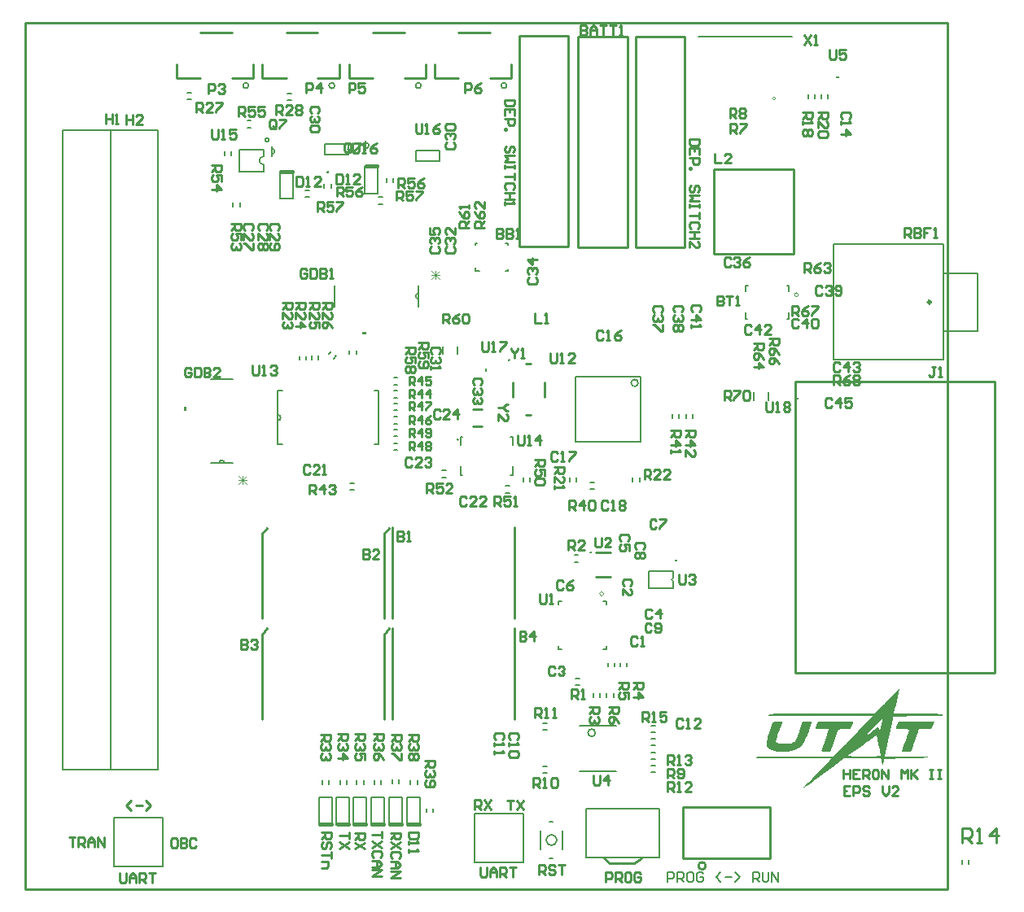
<source format=gto>
G04*
G04 #@! TF.GenerationSoftware,Altium Limited,Altium Designer,18.1.9 (240)*
G04*
G04 Layer_Color=65535*
%FSLAX44Y44*%
%MOMM*%
G71*
G01*
G75*
%ADD10C,0.0000*%
%ADD11C,0.1500*%
%ADD12C,0.3000*%
%ADD13C,0.1524*%
%ADD14C,0.2540*%
%ADD15C,0.2000*%
%ADD16C,0.2032*%
%ADD17C,0.1270*%
%ADD18C,0.4000*%
%ADD19C,0.1778*%
%ADD20C,0.0762*%
G36*
X166916Y497795D02*
X164376D01*
Y501605D01*
X166916D01*
Y497795D01*
D02*
G37*
G36*
X354205Y579916D02*
Y577376D01*
X350395D01*
Y579916D01*
X354205D01*
D02*
G37*
G36*
X908658Y207687D02*
Y207501D01*
X908565Y207035D01*
X908472Y206196D01*
X908192Y205264D01*
Y205171D01*
X908099Y204984D01*
Y204705D01*
X908006Y204332D01*
X907727Y203400D01*
X907540Y202282D01*
Y202189D01*
Y202002D01*
X907447Y201536D01*
X907354Y200977D01*
X907167Y200232D01*
X906981Y199207D01*
X906701Y197902D01*
X906329Y196411D01*
Y196224D01*
X906142Y195758D01*
X905956Y194920D01*
X905769Y194081D01*
X905303Y192031D01*
X905117Y191099D01*
X905024Y190260D01*
X903253Y183177D01*
X903346D01*
X903440Y183084D01*
X903626D01*
X903999Y182991D01*
X904558D01*
X905397Y182898D01*
X906422Y182805D01*
X907727Y182711D01*
X909404D01*
X910429Y182618D01*
X912666D01*
X913877Y182525D01*
X918444D01*
X920214Y182432D01*
X942208D01*
X944072Y182339D01*
X948731D01*
X949849Y182245D01*
X951061D01*
X951620Y182152D01*
X952179Y182059D01*
X952738Y181966D01*
X953298Y181779D01*
X953670Y181500D01*
X953764Y181127D01*
X953670Y180941D01*
X953577Y180754D01*
X953391Y180568D01*
X952925Y180382D01*
X952366Y180195D01*
X951527Y180009D01*
X950409Y179916D01*
X946401D01*
X945097Y179822D01*
X917791D01*
X915462Y179729D01*
X910709D01*
X908472Y179636D01*
X905676D01*
X904931Y179543D01*
X903626D01*
X903160Y179450D01*
X902787D01*
X902601Y179356D01*
X902508D01*
Y179263D01*
Y178890D01*
X902414Y178611D01*
Y178238D01*
X902321Y177772D01*
X902228Y177120D01*
X902042Y176374D01*
X901855Y175536D01*
X901669Y174510D01*
X901483Y173299D01*
X901203Y171994D01*
X900830Y170503D01*
X900458Y168732D01*
X899992Y166869D01*
Y166775D01*
X899898Y166589D01*
X899805Y166123D01*
X899712Y165564D01*
X899526Y164912D01*
X899339Y163980D01*
X899060Y162955D01*
X898780Y161836D01*
X898500Y160438D01*
X898128Y158947D01*
X897755Y157270D01*
X897382Y155406D01*
X896916Y153356D01*
X896450Y151212D01*
X895891Y148883D01*
X895332Y146366D01*
X893561Y137979D01*
X923476D01*
X925526Y137886D01*
X929813D01*
X931863Y137793D01*
X933727Y137699D01*
X935498D01*
X936989Y137606D01*
X937548Y137513D01*
X938107D01*
X938480Y137420D01*
X938760Y137327D01*
X938946D01*
X939039Y137233D01*
X938853Y137140D01*
X938666Y137047D01*
X938294Y136954D01*
X937828Y136861D01*
X937082Y136767D01*
X936150Y136674D01*
X934939Y136581D01*
X933354Y136488D01*
X932422Y136395D01*
X931491D01*
X930372Y136301D01*
X929254Y136208D01*
X927949D01*
X926551Y136115D01*
X925060D01*
X923476Y136022D01*
X919842D01*
X917885Y135929D01*
X915741D01*
X893095Y135649D01*
X892536Y132574D01*
Y132481D01*
X892443Y132108D01*
X892256Y131642D01*
X892070Y131083D01*
X891884Y130430D01*
X891697Y129964D01*
X891418Y129498D01*
X891231Y129312D01*
X891138D01*
X891045Y129405D01*
X890952Y129592D01*
X890859Y129871D01*
X890766Y130244D01*
Y130803D01*
Y130896D01*
Y131362D01*
X890672Y131921D01*
X890579Y132574D01*
X890486Y133413D01*
X890206Y134251D01*
X889927Y135090D01*
X889461Y135929D01*
X851159D01*
X848363Y133878D01*
X848270D01*
X848176Y133692D01*
X847897Y133506D01*
X847524Y133226D01*
X847151Y132947D01*
X846592Y132481D01*
X845287Y131455D01*
X843610Y130151D01*
X841560Y128660D01*
X839323Y126889D01*
X836714Y124932D01*
X833918Y122882D01*
X830843Y120552D01*
X827581Y118129D01*
X824040Y115613D01*
X820405Y112910D01*
X816584Y110208D01*
X812670Y107412D01*
X808570Y104523D01*
X807078Y103498D01*
X807172Y103591D01*
X807265Y103684D01*
X807451Y103964D01*
X807731Y104243D01*
X808104Y104709D01*
X808663Y105361D01*
X809315Y106107D01*
X809595Y106387D01*
X809781Y106573D01*
X810061Y106853D01*
X810527Y107319D01*
X811086Y107878D01*
X811831Y108623D01*
X812670Y109555D01*
X813788Y110580D01*
X815000Y111885D01*
X816491Y113469D01*
X818262Y115240D01*
X820312Y117383D01*
X822549Y119713D01*
X822735Y119900D01*
X823108Y120272D01*
X823760Y120925D01*
X824599Y121857D01*
X825624Y122882D01*
X826742Y124000D01*
X829165Y126609D01*
X831681Y129219D01*
X832893Y130524D01*
X834011Y131642D01*
X834943Y132667D01*
X835689Y133599D01*
X836341Y134251D01*
X836621Y134624D01*
X837646Y135929D01*
X788067Y135929D01*
X784712Y136022D01*
X777443D01*
X773716Y136115D01*
X770081Y136208D01*
X766726Y136301D01*
X765142D01*
X763744Y136395D01*
X762346D01*
X761134Y136488D01*
X760109Y136581D01*
X759177D01*
X758525Y136674D01*
X757966Y136767D01*
X757593Y136861D01*
X757500Y136954D01*
X757593Y137047D01*
X757780D01*
X758152Y137140D01*
X758805Y137233D01*
X759737Y137327D01*
X760296D01*
X760948Y137420D01*
X761787D01*
X762719Y137513D01*
X763744D01*
X764955Y137606D01*
X766260D01*
X767658Y137699D01*
X771013D01*
X772970Y137793D01*
X775113D01*
X777350Y137886D01*
X782569D01*
X785365Y137979D01*
X839976Y137979D01*
X852184Y150187D01*
X852370Y150374D01*
X852836Y150840D01*
X853675Y151771D01*
X854886Y152983D01*
X856471Y154567D01*
X858334Y156524D01*
X860571Y158761D01*
X861783Y160066D01*
X863087Y161464D01*
X863180Y161557D01*
X863367Y161836D01*
X863740Y162209D01*
X864299Y162675D01*
X864858Y163327D01*
X865510Y163980D01*
X867001Y165564D01*
X868586Y167148D01*
X870077Y168826D01*
X871381Y170130D01*
X871941Y170690D01*
X872406Y171155D01*
X880794Y179822D01*
X799157Y179822D01*
X794032Y179916D01*
X778561D01*
X776884Y180009D01*
X773250D01*
X772504Y180102D01*
X771852D01*
Y180195D01*
X771945Y180382D01*
X772038Y180568D01*
X772224Y180941D01*
X772597Y181220D01*
X773063Y181593D01*
X773809Y181873D01*
X774741Y182059D01*
X774927D01*
X775113Y182152D01*
X775766D01*
X776232Y182245D01*
X776791D01*
X777536Y182339D01*
X778282Y182432D01*
X779307D01*
X780332Y182525D01*
X782942D01*
X784433Y182618D01*
X795802D01*
X797480Y182525D01*
X811738D01*
X813509Y182432D01*
X882844Y182432D01*
X892536Y192124D01*
X892629Y192217D01*
X892816Y192403D01*
X893282Y192869D01*
X893841Y193428D01*
X894679Y194174D01*
X895611Y195199D01*
X896823Y196411D01*
X898314Y197902D01*
X898407Y197995D01*
X898500Y198088D01*
X899060Y198647D01*
X899805Y199486D01*
X900737Y200511D01*
X901855Y201630D01*
X903067Y202934D01*
X904278Y204146D01*
X905397Y205357D01*
X905490Y205450D01*
X905863Y205823D01*
X906329Y206289D01*
X906888Y206942D01*
X907540Y207501D01*
X908006Y207967D01*
X908472Y208339D01*
X908658Y208433D01*
Y207687D01*
D02*
G37*
G36*
X814720Y164539D02*
X814627Y164352D01*
X814534Y163980D01*
X814254Y163327D01*
X813975Y162395D01*
X813509Y161370D01*
X813043Y160159D01*
X812484Y158854D01*
X811831Y157456D01*
X810527Y154660D01*
X809781Y153263D01*
X808942Y151958D01*
X808197Y150653D01*
X807358Y149628D01*
X806612Y148696D01*
X805774Y147950D01*
X805681Y147857D01*
X805494Y147764D01*
X805121Y147485D01*
X804656Y147112D01*
X804003Y146739D01*
X803258Y146366D01*
X802326Y145900D01*
X801301Y145434D01*
X800089Y144875D01*
X798784Y144409D01*
X797293Y144036D01*
X795616Y143664D01*
X793845Y143291D01*
X791888Y143011D01*
X789838Y142918D01*
X787601Y142825D01*
X786576D01*
X785831Y142918D01*
X784992D01*
X783967Y143011D01*
X782848Y143104D01*
X781637Y143291D01*
X779214Y143757D01*
X776791Y144409D01*
X775579Y144875D01*
X774554Y145341D01*
X773622Y145993D01*
X772784Y146646D01*
X772690Y146739D01*
X772411Y147019D01*
X772038Y147578D01*
X771665Y148137D01*
X771292Y148883D01*
X770920Y149814D01*
X770640Y150746D01*
X770547Y151771D01*
Y151865D01*
Y151958D01*
Y152237D01*
X770640Y152610D01*
X770733Y153169D01*
X770920Y153915D01*
X771106Y154754D01*
X771386Y155872D01*
X771758Y157083D01*
X772131Y158574D01*
X772690Y160345D01*
X773343Y162302D01*
X774088Y164539D01*
X775020Y167055D01*
X776045Y169851D01*
X777164Y172926D01*
Y173019D01*
X777350Y173206D01*
X777630Y173392D01*
X778096Y173765D01*
X778748Y174044D01*
X779680Y174231D01*
X780984Y174417D01*
X781730Y174510D01*
X787415D01*
Y174417D01*
X787322Y174138D01*
X787135Y173672D01*
X786856Y173019D01*
X786576Y172181D01*
X786203Y171155D01*
X785831Y170037D01*
X785365Y168732D01*
X784805Y167241D01*
X784246Y165750D01*
X783594Y164073D01*
X782942Y162209D01*
X782289Y160345D01*
X781544Y158388D01*
X779959Y154101D01*
X780053Y154008D01*
X780146Y153915D01*
X780425Y153635D01*
X780705Y153263D01*
X780798Y153169D01*
X780984Y152983D01*
X781264Y152796D01*
X781357Y152610D01*
X781544Y152517D01*
X781637Y152424D01*
X781917Y152144D01*
X782010Y152051D01*
X782196Y151958D01*
X782382Y151865D01*
X782662Y151771D01*
X782942D01*
X783221Y151678D01*
X783501Y151492D01*
X783594D01*
X783874Y151399D01*
X784246Y151306D01*
X784712Y151212D01*
X785551D01*
X786110Y151119D01*
X786669D01*
X787322Y151026D01*
X790956D01*
X791422Y151119D01*
X791981D01*
X792727Y151212D01*
X794218Y151399D01*
X795895Y151678D01*
X797573Y152237D01*
X798971Y152890D01*
X799623Y153356D01*
X800182Y153822D01*
X800275Y153915D01*
X800462Y154288D01*
X800741Y154847D01*
X801021Y155313D01*
X801207Y155872D01*
X801580Y156524D01*
X801860Y157270D01*
X802326Y158202D01*
X802698Y159227D01*
X803258Y160345D01*
X803817Y161743D01*
X804376Y163141D01*
X805028Y164818D01*
X808570Y174231D01*
X808663D01*
X808942Y174324D01*
X809315D01*
X809874Y174417D01*
X810527D01*
X811365Y174510D01*
X815373D01*
X816864Y174604D01*
X817609D01*
X818262Y174697D01*
X814720Y164539D01*
D02*
G37*
G36*
X943326Y170410D02*
X942021Y166310D01*
X929068D01*
X928974Y166123D01*
X928788Y165564D01*
X928508Y164725D01*
X928043Y163421D01*
X927483Y161743D01*
X926831Y159786D01*
X926458Y158668D01*
X925992Y157456D01*
X925526Y156058D01*
X925060Y154660D01*
Y154567D01*
X924967Y154288D01*
X924781Y153915D01*
X924594Y153356D01*
X924408Y152797D01*
X924128Y152051D01*
X923569Y150280D01*
X922917Y148417D01*
X922171Y146553D01*
X921519Y144689D01*
X920867Y143104D01*
X914809D01*
X913877Y143198D01*
X912945D01*
X912200Y143291D01*
X911641Y143384D01*
X911547Y143477D01*
X911454Y143570D01*
Y143664D01*
X911547Y143850D01*
Y144037D01*
X911641Y144316D01*
X911734Y144689D01*
X911920Y145248D01*
X912107Y145807D01*
X912386Y146553D01*
X912666Y147485D01*
X913038Y148603D01*
X913504Y149908D01*
X913970Y151306D01*
X914623Y153076D01*
X915275Y154940D01*
Y155033D01*
X915462Y155406D01*
X915648Y155965D01*
X915834Y156617D01*
X916207Y157456D01*
X916487Y158388D01*
X917232Y160438D01*
X917885Y162489D01*
X918257Y163421D01*
X918537Y164259D01*
X918723Y164912D01*
X918910Y165471D01*
X919096Y165844D01*
Y166030D01*
X919003D01*
X918537Y166123D01*
X917885D01*
X917046Y166216D01*
X916021D01*
X914902Y166310D01*
X908658D01*
X907261Y166403D01*
X906142D01*
X905676Y166496D01*
X905303D01*
X905117Y166589D01*
X905024D01*
Y166682D01*
Y166775D01*
X905117Y167055D01*
X905210Y167521D01*
X905303Y168080D01*
X905583Y168826D01*
X905863Y169758D01*
X906329Y170876D01*
X907820Y174510D01*
X944910D01*
X943326Y170410D01*
D02*
G37*
G36*
X849761Y174417D02*
X851531D01*
X853209Y174324D01*
X854886D01*
X856377Y174231D01*
X857775Y174138D01*
X858987Y174044D01*
X859919Y173951D01*
X860198Y173858D01*
X860478D01*
X860571Y173765D01*
X860664Y173672D01*
Y173485D01*
X860571Y173299D01*
X860478Y172926D01*
X860385Y172460D01*
X860105Y171715D01*
X859826Y170876D01*
X859360Y169851D01*
X858334Y166589D01*
X857962D01*
X857496Y166496D01*
X856750D01*
X855911Y166403D01*
X854793D01*
X853395Y166310D01*
X849481D01*
X848363Y166216D01*
X847338D01*
X846219Y166123D01*
X845287Y166030D01*
X844076Y162768D01*
X843983Y162675D01*
X843889Y162209D01*
X843703Y161929D01*
X843610Y161464D01*
X843424Y160998D01*
X843144Y160345D01*
X842958Y159600D01*
X842585Y158761D01*
X842305Y157829D01*
X841933Y156804D01*
X841467Y155592D01*
X841001Y154288D01*
X840535Y152797D01*
X839976Y151212D01*
X837180Y143104D01*
X831122D01*
X830284Y143198D01*
X829445Y143198D01*
X828699Y143291D01*
X828140Y143384D01*
X828047Y143477D01*
X827954Y143570D01*
X831775Y155126D01*
X835595Y166310D01*
X826276Y166310D01*
X824971Y166403D01*
X823574D01*
X822455Y166496D01*
X821989Y166589D01*
X821617D01*
X821430Y166682D01*
X821337Y166775D01*
Y166962D01*
X821430Y167335D01*
X821617Y167894D01*
X821896Y168732D01*
X822083Y169292D01*
X822362Y169944D01*
X822548Y170690D01*
X822921Y171528D01*
X823294Y172553D01*
X823667Y173672D01*
X823760D01*
X823853Y173765D01*
X824040D01*
X824319Y173858D01*
X824785Y173951D01*
X825344Y174044D01*
X826183Y174138D01*
X827208D01*
X828420Y174231D01*
X829911Y174324D01*
X831775Y174417D01*
X833825D01*
X836248Y174510D01*
X848083D01*
X849761Y174417D01*
D02*
G37*
%LPC*%
G36*
X891231Y177027D02*
X891045Y176840D01*
X890579Y176467D01*
X889834Y175815D01*
X888808Y174976D01*
X887597Y173951D01*
X886292Y172833D01*
X884894Y171528D01*
X883496Y170130D01*
X880607Y167335D01*
X879303Y165937D01*
X878091Y164632D01*
X877066Y163421D01*
X876321Y162209D01*
X875855Y161277D01*
X875668Y160438D01*
X875948Y160718D01*
X876041D01*
X876134Y160811D01*
X876414Y160904D01*
X876786Y161184D01*
X876880Y161277D01*
X877253Y161557D01*
X877719Y161929D01*
X878371Y162489D01*
X878557Y162582D01*
X879023Y162955D01*
X879676Y163514D01*
X880514Y164259D01*
X880607Y164352D01*
X880701Y164446D01*
X880980Y164632D01*
X881353Y164912D01*
X882285Y165564D01*
X883310Y166310D01*
X883403Y166403D01*
X883776Y166682D01*
X884335Y167055D01*
X884894Y167521D01*
X885547Y167894D01*
X886106Y168267D01*
X886479Y168546D01*
X886758Y168639D01*
X886851D01*
X886945Y168546D01*
X887131Y168360D01*
X887317Y167987D01*
X887597Y167521D01*
X887877Y166869D01*
X888249Y166030D01*
Y165937D01*
X888342Y165844D01*
X888529Y165471D01*
X888622Y165378D01*
X888808D01*
X888902Y165564D01*
X888995Y166030D01*
Y166216D01*
X889181Y166682D01*
X889368Y167521D01*
X889740Y168639D01*
Y168732D01*
Y168826D01*
Y169292D01*
X889834Y169944D01*
X890020Y170410D01*
Y170503D01*
X890113Y170690D01*
Y170969D01*
X890206Y171342D01*
X890393Y172274D01*
X890672Y173485D01*
X890859Y174604D01*
X891045Y175722D01*
X891138Y176561D01*
X891231Y176840D01*
Y177027D01*
D02*
G37*
G36*
X885174Y160159D02*
X885081D01*
X884987Y160066D01*
X884801Y159972D01*
X884521Y159786D01*
X884149Y159600D01*
X883590Y159227D01*
X882937Y158761D01*
X882098Y158202D01*
X880980Y157456D01*
X879769Y156617D01*
X878278Y155592D01*
X876507Y154288D01*
X874550Y152890D01*
X872220Y151212D01*
X869611Y149255D01*
X854513Y138258D01*
X863460Y137979D01*
X880794D01*
X889461Y138258D01*
X887411Y148976D01*
Y149069D01*
X887317Y149442D01*
X887224Y150001D01*
X887131Y150746D01*
X886945Y151585D01*
X886758Y152517D01*
X886385Y154567D01*
X886013Y156617D01*
X885733Y157549D01*
X885640Y158388D01*
X885453Y159134D01*
X885360Y159693D01*
X885267Y160066D01*
X885174Y160159D01*
D02*
G37*
%LPD*%
D10*
X780020Y822900D02*
G03*
X780020Y822900I-1500J0D01*
G01*
X803616Y618600D02*
G03*
X803616Y618600I-2000J0D01*
G01*
X601150Y307249D02*
G03*
X601150Y307249I-2000J0D01*
G01*
X503750Y550417D02*
G03*
X503750Y550417I-1000J0D01*
G01*
D11*
X411426Y836180D02*
G03*
X411426Y836180I-2926J0D01*
G01*
X231926Y836180D02*
G03*
X231926Y836180I-2926J0D01*
G01*
X321426Y836180D02*
G03*
X321426Y836180I-2926J0D01*
G01*
X500425Y836180D02*
G03*
X500425Y836180I-2926J0D01*
G01*
D12*
X941500Y610900D02*
G03*
X941500Y610900I-1500J0D01*
G01*
D13*
X207048Y443185D02*
G03*
X200952Y443185I-3048J0D01*
G01*
X408815Y620048D02*
G03*
X408815Y613952I0J-3048D01*
G01*
X592623Y162606D02*
G03*
X592623Y162606I-3877J0D01*
G01*
X845850Y844802D02*
G03*
X843310Y844824I-1294J-2776D01*
G01*
X478710Y539050D02*
G03*
X478732Y541590I-2776J1294D01*
G01*
X803294Y510346D02*
G03*
X800754Y510368I-1294J-2776D01*
G01*
X353882Y770670D02*
G03*
X353882Y776766I0J3048D01*
G01*
X255928Y764734D02*
G03*
X255928Y770830I0J3048D01*
G01*
X262192Y487506D02*
G03*
X262192Y493602I0J3048D01*
G01*
X637024Y526737D02*
G03*
X637024Y526737I-3592J0D01*
G01*
X192840Y443185D02*
X215160D01*
X192840Y530815D02*
X215160D01*
X408815Y605840D02*
Y628160D01*
X321185Y605840D02*
Y628160D01*
X353882Y768384D02*
Y770670D01*
Y776766D01*
Y779052D01*
X255928Y762448D02*
Y764734D01*
Y770830D01*
Y773116D01*
X262192Y518494D02*
X267018D01*
X362522Y462614D02*
X367348D01*
Y518494D01*
X362522D02*
X367348D01*
X262192Y493602D02*
Y518494D01*
Y487506D02*
Y493602D01*
Y462614D02*
Y487506D01*
Y462614D02*
X267018D01*
X572001Y465305D02*
X640001D01*
X572001D02*
Y533305D01*
X640001D01*
Y465305D02*
Y533305D01*
D14*
X428152Y786926D02*
G03*
X428152Y786926I-254J0D01*
G01*
X314322Y746130D02*
G03*
X314322Y746130I-254J0D01*
G01*
X676229Y341894D02*
G03*
X676342Y341875I114J341D01*
G01*
X587975Y350399D02*
G03*
X587975Y350399I-359J0D01*
G01*
X707410Y24220D02*
G03*
X707410Y24220I-3810J0D01*
G01*
X800690Y224870D02*
X1007700D01*
X800690D02*
Y528400D01*
X1007700D01*
Y224870D02*
Y528400D01*
X416249Y843680D02*
Y858680D01*
X393749Y843680D02*
X416249D01*
X336249D02*
Y858680D01*
Y843680D02*
X361249D01*
Y891180D02*
X393749D01*
X236749Y843680D02*
Y858680D01*
X214249Y843680D02*
X236749D01*
X156749D02*
Y858680D01*
Y843680D02*
X181749D01*
Y891180D02*
X214249D01*
X326249Y843680D02*
Y858680D01*
X303749Y843680D02*
X326249D01*
X246249D02*
Y858680D01*
Y843680D02*
X271249D01*
Y891180D02*
X303749D01*
X505249Y843680D02*
Y858680D01*
X482749Y843680D02*
X505249D01*
X425249D02*
Y858680D01*
Y843680D02*
X450249D01*
Y891180D02*
X482749D01*
X574800Y887200D02*
X574800Y667900D01*
X574800Y887200D02*
X625800D01*
X625800Y667900D01*
X574800D02*
X625800D01*
X513500Y887600D02*
X513500Y668300D01*
X513500Y887600D02*
X564500D01*
X564500Y668300D01*
X513500D02*
X564500D01*
X634500Y887200D02*
X634500Y667900D01*
X634500Y887200D02*
X685500D01*
X685500Y667900D01*
X634500D02*
X685500D01*
X246300Y369733D02*
X251000Y376000D01*
X246300Y348900D02*
Y369733D01*
Y281400D02*
Y348900D01*
X381300Y281400D02*
Y376400D01*
X373300Y369864D02*
X378000Y376130D01*
X373300Y349030D02*
Y369864D01*
Y281530D02*
Y349030D01*
X508300Y281530D02*
Y376530D01*
X373300Y264933D02*
X378000Y271200D01*
X373300Y244100D02*
Y264933D01*
Y176600D02*
Y244100D01*
X508300Y176600D02*
Y271600D01*
X246200Y264933D02*
X250900Y271200D01*
X246200Y244100D02*
Y264933D01*
Y176600D02*
Y244100D01*
X381200Y176600D02*
Y271600D01*
X716250Y661274D02*
Y749274D01*
X799250Y661274D02*
Y749274D01*
X716250D02*
X799250D01*
X716250Y661274D02*
X799250D01*
X465682Y499136D02*
X474318D01*
X465682Y481864D02*
X474318D01*
X592696Y325000D02*
X607936D01*
X592696Y350400D02*
X607936D01*
X539760Y512297D02*
Y527537D01*
X520710Y493247D02*
X525790D01*
X506740Y512297D02*
Y527537D01*
X520710Y546587D02*
X525790D01*
X601294Y32376D02*
X607800Y26800D01*
X632800D01*
X640160Y32320D01*
X774720Y31840D02*
Y85180D01*
X684042Y31840D02*
Y85180D01*
Y31840D02*
X774720D01*
X684042Y85180D02*
X774720D01*
X850640Y124637D02*
Y114640D01*
Y119638D01*
X857305D01*
Y124637D01*
Y114640D01*
X867301Y124637D02*
X860637D01*
Y114640D01*
X867301D01*
X860637Y119638D02*
X863969D01*
X870634Y114640D02*
Y124637D01*
X875632D01*
X877298Y122971D01*
Y119638D01*
X875632Y117972D01*
X870634D01*
X873966D02*
X877298Y114640D01*
X885629Y124637D02*
X882297D01*
X880630Y122971D01*
Y116306D01*
X882297Y114640D01*
X885629D01*
X887295Y116306D01*
Y122971D01*
X885629Y124637D01*
X890627Y114640D02*
Y124637D01*
X897292Y114640D01*
Y124637D01*
X910621Y114640D02*
Y124637D01*
X913953Y121305D01*
X917285Y124637D01*
Y114640D01*
X920618Y124637D02*
Y114640D01*
Y117972D01*
X927282Y124637D01*
X922284Y119638D01*
X927282Y114640D01*
X940611Y124637D02*
X943943D01*
X942277D01*
Y114640D01*
X940611D01*
X943943D01*
X948942Y124637D02*
X952274D01*
X950608D01*
Y114640D01*
X948942D01*
X952274D01*
X857605Y107337D02*
X850940D01*
Y97340D01*
X857605D01*
X850940Y102338D02*
X854272D01*
X860937Y97340D02*
Y107337D01*
X865935D01*
X867601Y105671D01*
Y102338D01*
X865935Y100672D01*
X860937D01*
X877598Y105671D02*
X875932Y107337D01*
X872600D01*
X870934Y105671D01*
Y104004D01*
X872600Y102338D01*
X875932D01*
X877598Y100672D01*
Y99006D01*
X875932Y97340D01*
X872600D01*
X870934Y99006D01*
X890927Y107337D02*
Y100672D01*
X894259Y97340D01*
X897592Y100672D01*
Y107337D01*
X907588Y97340D02*
X900924D01*
X907588Y104004D01*
Y105671D01*
X905922Y107337D01*
X902590D01*
X900924Y105671D01*
X500900Y92397D02*
X507565D01*
X504232D01*
Y82400D01*
X510897Y92397D02*
X517561Y82400D01*
Y92397D02*
X510897Y82400D01*
X466900Y82700D02*
Y92697D01*
X471898D01*
X473564Y91031D01*
Y87698D01*
X471898Y86032D01*
X466900D01*
X470232D02*
X473564Y82700D01*
X476897Y92697D02*
X483561Y82700D01*
Y92697D02*
X476897Y82700D01*
X109698Y81900D02*
X104700Y86898D01*
X109698Y91897D01*
X114697Y86898D02*
X121361D01*
X124694Y81900D02*
X129692Y86898D01*
X124694Y91897D01*
X98000Y16997D02*
Y8666D01*
X99666Y7000D01*
X102998D01*
X104664Y8666D01*
Y16997D01*
X107997Y7000D02*
Y13664D01*
X111329Y16997D01*
X114661Y13664D01*
Y7000D01*
Y11998D01*
X107997D01*
X117994Y7000D02*
Y16997D01*
X122992D01*
X124658Y15331D01*
Y11998D01*
X122992Y10332D01*
X117994D01*
X121326D02*
X124658Y7000D01*
X127990Y16997D02*
X134655D01*
X131323D01*
Y7000D01*
X603200Y7700D02*
Y17697D01*
X608198D01*
X609865Y16031D01*
Y12698D01*
X608198Y11032D01*
X603200D01*
X613197Y7700D02*
Y17697D01*
X618195D01*
X619861Y16031D01*
Y12698D01*
X618195Y11032D01*
X613197D01*
X616529D02*
X619861Y7700D01*
X628192Y17697D02*
X624860D01*
X623194Y16031D01*
Y9366D01*
X624860Y7700D01*
X628192D01*
X629858Y9366D01*
Y16031D01*
X628192Y17697D01*
X639855Y16031D02*
X638189Y17697D01*
X634856D01*
X633190Y16031D01*
Y9366D01*
X634856Y7700D01*
X638189D01*
X639855Y9366D01*
Y12698D01*
X636523D01*
X473095Y22697D02*
Y14366D01*
X474761Y12700D01*
X478093D01*
X479759Y14366D01*
Y22697D01*
X483092Y12700D02*
Y19365D01*
X486424Y22697D01*
X489756Y19365D01*
Y12700D01*
Y17698D01*
X483092D01*
X493088Y12700D02*
Y22697D01*
X498087D01*
X499753Y21031D01*
Y17698D01*
X498087Y16032D01*
X493088D01*
X496421D02*
X499753Y12700D01*
X503085Y22697D02*
X509750D01*
X506417D01*
Y12700D01*
X380050Y58630D02*
X390047D01*
Y53632D01*
X388381Y51965D01*
X385048D01*
X383382Y53632D01*
Y58630D01*
Y55298D02*
X380050Y51965D01*
X390047Y48633D02*
X380050Y41969D01*
X390047D02*
X380050Y48633D01*
X388381Y31972D02*
X390047Y33638D01*
Y36970D01*
X388381Y38636D01*
X381716D01*
X380050Y36970D01*
Y33638D01*
X381716Y31972D01*
X380050Y28640D02*
X386715D01*
X390047Y25307D01*
X386715Y21975D01*
X380050D01*
X385048D01*
Y28640D01*
X380050Y18643D02*
X390047D01*
X380050Y11978D01*
X390047D01*
X370427Y59730D02*
Y53066D01*
Y56398D01*
X360430D01*
X370427Y49733D02*
X360430Y43069D01*
X370427D02*
X360430Y49733D01*
X368761Y33072D02*
X370427Y34738D01*
Y38070D01*
X368761Y39736D01*
X362096D01*
X360430Y38070D01*
Y34738D01*
X362096Y33072D01*
X360430Y29740D02*
X367094D01*
X370427Y26407D01*
X367094Y23075D01*
X360430D01*
X365428D01*
Y29740D01*
X360430Y19743D02*
X370427D01*
X360430Y13078D01*
X370427D01*
X342900Y58420D02*
X352897D01*
Y53422D01*
X351231Y51755D01*
X347898D01*
X346232Y53422D01*
Y58420D01*
Y55088D02*
X342900Y51755D01*
X352897Y48423D02*
X342900Y41759D01*
X352897D02*
X342900Y48423D01*
X336497Y59200D02*
Y52535D01*
Y55868D01*
X326500D01*
X336497Y49203D02*
X326500Y42538D01*
X336497D02*
X326500Y49203D01*
X307700Y58900D02*
X317697D01*
Y53901D01*
X316031Y52235D01*
X312699D01*
X311032Y53901D01*
Y58900D01*
Y55567D02*
X307700Y52235D01*
X316031Y42238D02*
X317697Y43905D01*
Y47237D01*
X316031Y48903D01*
X314365D01*
X312699Y47237D01*
Y43905D01*
X311032Y42238D01*
X309366D01*
X307700Y43905D01*
Y47237D01*
X309366Y48903D01*
X317697Y38906D02*
Y32242D01*
Y35574D01*
X307700D01*
Y28909D02*
X314365D01*
Y23911D01*
X312699Y22245D01*
X307700D01*
X155998Y52997D02*
X152666D01*
X151000Y51331D01*
Y44666D01*
X152666Y43000D01*
X155998D01*
X157664Y44666D01*
Y51331D01*
X155998Y52997D01*
X160997D02*
Y43000D01*
X165995D01*
X167661Y44666D01*
Y46332D01*
X165995Y47998D01*
X160997D01*
X165995D01*
X167661Y49665D01*
Y51331D01*
X165995Y52997D01*
X160997D01*
X177658Y51331D02*
X175992Y52997D01*
X172660D01*
X170994Y51331D01*
Y44666D01*
X172660Y43000D01*
X175992D01*
X177658Y44666D01*
X45000Y53997D02*
X51665D01*
X48332D01*
Y44000D01*
X54997D02*
Y53997D01*
X59995D01*
X61661Y52331D01*
Y48998D01*
X59995Y47332D01*
X54997D01*
X58329D02*
X61661Y44000D01*
X64994D02*
Y50665D01*
X68326Y53997D01*
X71658Y50665D01*
Y44000D01*
Y48998D01*
X64994D01*
X74990Y44000D02*
Y53997D01*
X81655Y44000D01*
Y53997D01*
X534000Y15000D02*
Y24997D01*
X538998D01*
X540664Y23331D01*
Y19998D01*
X538998Y18332D01*
X534000D01*
X537332D02*
X540664Y15000D01*
X550661Y23331D02*
X548995Y24997D01*
X545663D01*
X543997Y23331D01*
Y21665D01*
X545663Y19998D01*
X548995D01*
X550661Y18332D01*
Y16666D01*
X548995Y15000D01*
X545663D01*
X543997Y16666D01*
X553994Y24997D02*
X560658D01*
X557326D01*
Y15000D01*
X974217Y48133D02*
Y63368D01*
X981834D01*
X984374Y60829D01*
Y55750D01*
X981834Y53211D01*
X974217D01*
X979295D02*
X984374Y48133D01*
X989452D02*
X994530D01*
X991991D01*
Y63368D01*
X989452Y60829D01*
X1009765Y48133D02*
Y63368D01*
X1002148Y55750D01*
X1012305D01*
X223928Y259997D02*
Y250000D01*
X228926D01*
X230592Y251666D01*
Y253333D01*
X228926Y254999D01*
X223928D01*
X228926D01*
X230592Y256665D01*
Y258331D01*
X228926Y259997D01*
X223928D01*
X233925Y258331D02*
X235591Y259997D01*
X238923D01*
X240589Y258331D01*
Y256665D01*
X238923Y254999D01*
X237257D01*
X238923D01*
X240589Y253333D01*
Y251666D01*
X238923Y250000D01*
X235591D01*
X233925Y251666D01*
X308864Y610319D02*
X318861D01*
Y605321D01*
X317195Y603655D01*
X313862D01*
X312196Y605321D01*
Y610319D01*
Y606987D02*
X308864Y603655D01*
Y593658D02*
Y600322D01*
X315529Y593658D01*
X317195D01*
X318861Y595324D01*
Y598656D01*
X317195Y600322D01*
X318861Y583661D02*
X317195Y586993D01*
X313862Y590326D01*
X310530D01*
X308864Y588660D01*
Y585327D01*
X310530Y583661D01*
X312196D01*
X313862Y585327D01*
Y590326D01*
X294894Y610319D02*
X304891D01*
Y605321D01*
X303225Y603655D01*
X299892D01*
X298226Y605321D01*
Y610319D01*
Y606987D02*
X294894Y603655D01*
Y593658D02*
Y600322D01*
X301558Y593658D01*
X303225D01*
X304891Y595324D01*
Y598656D01*
X303225Y600322D01*
X304891Y583661D02*
Y590326D01*
X299892D01*
X301558Y586993D01*
Y585327D01*
X299892Y583661D01*
X296560D01*
X294894Y585327D01*
Y588660D01*
X296560Y590326D01*
X280980Y610319D02*
X290977D01*
Y605321D01*
X289311Y603655D01*
X285978D01*
X284312Y605321D01*
Y610319D01*
Y606987D02*
X280980Y603655D01*
Y593658D02*
Y600322D01*
X287645Y593658D01*
X289311D01*
X290977Y595324D01*
Y598656D01*
X289311Y600322D01*
X280980Y585327D02*
X290977D01*
X285978Y590326D01*
Y583661D01*
X267010Y610319D02*
X277007D01*
Y605321D01*
X275341Y603655D01*
X272008D01*
X270342Y605321D01*
Y610319D01*
Y606987D02*
X267010Y603655D01*
Y593658D02*
Y600322D01*
X273675Y593658D01*
X275341D01*
X277007Y595324D01*
Y598656D01*
X275341Y600322D01*
Y590326D02*
X277007Y588660D01*
Y585327D01*
X275341Y583661D01*
X273675D01*
X272008Y585327D01*
Y586993D01*
Y585327D01*
X270342Y583661D01*
X268676D01*
X267010Y585327D01*
Y588660D01*
X268676Y590326D01*
X770000Y507097D02*
Y498766D01*
X771666Y497100D01*
X774998D01*
X776665Y498766D01*
Y507097D01*
X779997Y497100D02*
X783329D01*
X781663D01*
Y507097D01*
X779997Y505431D01*
X788327D02*
X789994Y507097D01*
X793326D01*
X794992Y505431D01*
Y503764D01*
X793326Y502098D01*
X794992Y500432D01*
Y498766D01*
X793326Y497100D01*
X789994D01*
X788327Y498766D01*
Y500432D01*
X789994Y502098D01*
X788327Y503764D01*
Y505431D01*
X789994Y502098D02*
X793326D01*
X726591Y508896D02*
Y518893D01*
X731590D01*
X733256Y517227D01*
Y513895D01*
X731590Y512229D01*
X726591D01*
X729923D02*
X733256Y508896D01*
X736588Y518893D02*
X743253D01*
Y517227D01*
X736588Y510562D01*
Y508896D01*
X746585Y517227D02*
X748251Y518893D01*
X751583D01*
X753249Y517227D01*
Y510562D01*
X751583Y508896D01*
X748251D01*
X746585Y510562D01*
Y517227D01*
X838865Y509131D02*
X837198Y510797D01*
X833866D01*
X832200Y509131D01*
Y502466D01*
X833866Y500800D01*
X837198D01*
X838865Y502466D01*
X847195Y500800D02*
Y510797D01*
X842197Y505798D01*
X848861D01*
X858858Y510797D02*
X852194D01*
Y505798D01*
X855526Y507464D01*
X857192D01*
X858858Y505798D01*
Y502466D01*
X857192Y500800D01*
X853860D01*
X852194Y502466D01*
X457000Y828750D02*
Y838747D01*
X461998D01*
X463664Y837081D01*
Y833748D01*
X461998Y832082D01*
X457000D01*
X473661Y838747D02*
X470329Y837081D01*
X466997Y833748D01*
Y830416D01*
X468663Y828750D01*
X471995D01*
X473661Y830416D01*
Y832082D01*
X471995Y833748D01*
X466997D01*
X193544Y753110D02*
X203540D01*
Y748112D01*
X201874Y746445D01*
X198542D01*
X196876Y748112D01*
Y753110D01*
Y749778D02*
X193544Y746445D01*
X203540Y736449D02*
Y743113D01*
X198542D01*
X200208Y739781D01*
Y738115D01*
X198542Y736449D01*
X195210D01*
X193544Y738115D01*
Y741447D01*
X195210Y743113D01*
X193544Y728118D02*
X203540D01*
X198542Y733116D01*
Y726452D01*
X385958Y716568D02*
Y726565D01*
X390956D01*
X392622Y724899D01*
Y721566D01*
X390956Y719900D01*
X385958D01*
X389290D02*
X392622Y716568D01*
X402619Y726565D02*
X395955D01*
Y721566D01*
X399287Y723232D01*
X400953D01*
X402619Y721566D01*
Y718234D01*
X400953Y716568D01*
X397621D01*
X395955Y718234D01*
X405952Y726565D02*
X412616D01*
Y724899D01*
X405952Y718234D01*
Y716568D01*
X303309Y705000D02*
Y714997D01*
X308307D01*
X309973Y713331D01*
Y709998D01*
X308307Y708332D01*
X303309D01*
X306641D02*
X309973Y705000D01*
X319970Y714997D02*
X313306D01*
Y709998D01*
X316638Y711665D01*
X318304D01*
X319970Y709998D01*
Y706666D01*
X318304Y705000D01*
X314972D01*
X313306Y706666D01*
X323302Y714997D02*
X329967D01*
Y713331D01*
X323302Y706666D01*
Y705000D01*
X213840Y692220D02*
X223837D01*
Y687222D01*
X222171Y685556D01*
X218838D01*
X217172Y687222D01*
Y692220D01*
Y688888D02*
X213840Y685556D01*
X223837Y675559D02*
Y682223D01*
X218838D01*
X220504Y678891D01*
Y677225D01*
X218838Y675559D01*
X215506D01*
X213840Y677225D01*
Y680557D01*
X215506Y682223D01*
X222171Y672226D02*
X223837Y670560D01*
Y667228D01*
X222171Y665562D01*
X220504D01*
X218838Y667228D01*
Y668894D01*
Y667228D01*
X217172Y665562D01*
X215506D01*
X213840Y667228D01*
Y670560D01*
X215506Y672226D01*
X438450Y776797D02*
X436783Y775131D01*
Y771799D01*
X438450Y770133D01*
X445114D01*
X446780Y771799D01*
Y775131D01*
X445114Y776797D01*
X438450Y780130D02*
X436783Y781796D01*
Y785128D01*
X438450Y786794D01*
X440116D01*
X441782Y785128D01*
Y783462D01*
Y785128D01*
X443448Y786794D01*
X445114D01*
X446780Y785128D01*
Y781796D01*
X445114Y780130D01*
X438450Y790126D02*
X436783Y791793D01*
Y795125D01*
X438450Y796791D01*
X445114D01*
X446780Y795125D01*
Y791793D01*
X445114Y790126D01*
X438450D01*
X303898Y807894D02*
X305564Y809560D01*
Y812893D01*
X303898Y814559D01*
X297234D01*
X295568Y812893D01*
Y809560D01*
X297234Y807894D01*
X303898Y804562D02*
X305564Y802896D01*
Y799564D01*
X303898Y797897D01*
X302232D01*
X300566Y799564D01*
Y801230D01*
Y799564D01*
X298900Y797897D01*
X297234D01*
X295568Y799564D01*
Y802896D01*
X297234Y804562D01*
X303898Y794565D02*
X305564Y792899D01*
Y789567D01*
X303898Y787901D01*
X297234D01*
X295568Y789567D01*
Y792899D01*
X297234Y794565D01*
X303898D01*
X262331Y685556D02*
X263997Y687222D01*
Y690554D01*
X262331Y692220D01*
X255666D01*
X254000Y690554D01*
Y687222D01*
X255666Y685556D01*
X254000Y675559D02*
Y682223D01*
X260665Y675559D01*
X262331D01*
X263997Y677225D01*
Y680557D01*
X262331Y682223D01*
X255666Y672226D02*
X254000Y670560D01*
Y667228D01*
X255666Y665562D01*
X262331D01*
X263997Y667228D01*
Y670560D01*
X262331Y672226D01*
X260665D01*
X258998Y670560D01*
Y665562D01*
X249964Y685357D02*
X251630Y687023D01*
Y690356D01*
X249964Y692022D01*
X243299D01*
X241633Y690356D01*
Y687023D01*
X243299Y685357D01*
X241633Y675360D02*
Y682025D01*
X248298Y675360D01*
X249964D01*
X251630Y677027D01*
Y680359D01*
X249964Y682025D01*
Y672028D02*
X251630Y670362D01*
Y667030D01*
X249964Y665364D01*
X248298D01*
X246632Y667030D01*
X244965Y665364D01*
X243299D01*
X241633Y667030D01*
Y670362D01*
X243299Y672028D01*
X244965D01*
X246632Y670362D01*
X248298Y672028D01*
X249964D01*
X246632Y670362D02*
Y667030D01*
X235179Y685357D02*
X236845Y687023D01*
Y690356D01*
X235179Y692022D01*
X228514D01*
X226848Y690356D01*
Y687023D01*
X228514Y685357D01*
X226848Y675360D02*
Y682025D01*
X233513Y675360D01*
X235179D01*
X236845Y677027D01*
Y680359D01*
X235179Y682025D01*
X236845Y672028D02*
Y665364D01*
X235179D01*
X228514Y672028D01*
X226848D01*
X732941Y786552D02*
Y796549D01*
X737940D01*
X739606Y794883D01*
Y791550D01*
X737940Y789884D01*
X732941D01*
X736273D02*
X739606Y786552D01*
X742938Y796549D02*
X749603D01*
Y794883D01*
X742938Y788218D01*
Y786552D01*
X732400Y802652D02*
Y812649D01*
X737398D01*
X739064Y810982D01*
Y807650D01*
X737398Y805984D01*
X732400D01*
X735732D02*
X739064Y802652D01*
X742396Y810982D02*
X744063Y812649D01*
X747395D01*
X749061Y810982D01*
Y809316D01*
X747395Y807650D01*
X749061Y805984D01*
Y804318D01*
X747395Y802652D01*
X744063D01*
X742396Y804318D01*
Y805984D01*
X744063Y807650D01*
X742396Y809316D01*
Y810982D01*
X744063Y807650D02*
X747395D01*
X434340Y588772D02*
Y598769D01*
X439338D01*
X441004Y597103D01*
Y593770D01*
X439338Y592104D01*
X434340D01*
X437672D02*
X441004Y588772D01*
X451001Y598769D02*
X447669Y597103D01*
X444337Y593770D01*
Y590438D01*
X446003Y588772D01*
X449335D01*
X451001Y590438D01*
Y592104D01*
X449335Y593770D01*
X444337D01*
X454334Y597103D02*
X456000Y598769D01*
X459332D01*
X460998Y597103D01*
Y590438D01*
X459332Y588772D01*
X456000D01*
X454334Y590438D01*
Y597103D01*
X408815Y568960D02*
X418812D01*
Y563962D01*
X417146Y562295D01*
X413814D01*
X412147Y563962D01*
Y568960D01*
Y565628D02*
X408815Y562295D01*
X418812Y552299D02*
Y558963D01*
X413814D01*
X415480Y555631D01*
Y553965D01*
X413814Y552299D01*
X410481D01*
X408815Y553965D01*
Y557297D01*
X410481Y558963D01*
Y548966D02*
X408815Y547300D01*
Y543968D01*
X410481Y542302D01*
X417146D01*
X418812Y543968D01*
Y547300D01*
X417146Y548966D01*
X415480D01*
X413814Y547300D01*
Y542302D01*
X394970Y563880D02*
X404967D01*
Y558882D01*
X403301Y557215D01*
X399968D01*
X398302Y558882D01*
Y563880D01*
Y560548D02*
X394970Y557215D01*
X404967Y547219D02*
Y553883D01*
X399968D01*
X401634Y550551D01*
Y548885D01*
X399968Y547219D01*
X396636D01*
X394970Y548885D01*
Y552217D01*
X396636Y553883D01*
X403301Y543886D02*
X404967Y542220D01*
Y538888D01*
X403301Y537222D01*
X401634D01*
X399968Y538888D01*
X398302Y537222D01*
X396636D01*
X394970Y538888D01*
Y542220D01*
X396636Y543886D01*
X398302D01*
X399968Y542220D01*
X401634Y543886D01*
X403301D01*
X399968Y542220D02*
Y538888D01*
X473238Y524914D02*
X474904Y526580D01*
Y529912D01*
X473238Y531579D01*
X466573D01*
X464907Y529912D01*
Y526580D01*
X466573Y524914D01*
X473238Y521582D02*
X474904Y519916D01*
Y516584D01*
X473238Y514917D01*
X471572D01*
X469906Y516584D01*
Y518250D01*
Y516584D01*
X468239Y514917D01*
X466573D01*
X464907Y516584D01*
Y519916D01*
X466573Y521582D01*
X473238Y511585D02*
X474904Y509919D01*
Y506587D01*
X473238Y504921D01*
X471572D01*
X469906Y506587D01*
Y508253D01*
Y506587D01*
X468239Y504921D01*
X466573D01*
X464907Y506587D01*
Y509919D01*
X466573Y511585D01*
X429971Y557215D02*
X431637Y558882D01*
Y562214D01*
X429971Y563880D01*
X423306D01*
X421640Y562214D01*
Y558882D01*
X423306Y557215D01*
X429971Y553883D02*
X431637Y552217D01*
Y548885D01*
X429971Y547219D01*
X428304D01*
X426638Y548885D01*
Y550551D01*
Y548885D01*
X424972Y547219D01*
X423306D01*
X421640Y548885D01*
Y552217D01*
X423306Y553883D01*
X421640Y543886D02*
Y540554D01*
Y542220D01*
X431637D01*
X429971Y543886D01*
X523799Y636585D02*
X522133Y634918D01*
Y631586D01*
X523799Y629920D01*
X530464D01*
X532130Y631586D01*
Y634918D01*
X530464Y636585D01*
X523799Y639917D02*
X522133Y641583D01*
Y644915D01*
X523799Y646581D01*
X525466D01*
X527132Y644915D01*
Y643249D01*
Y644915D01*
X528798Y646581D01*
X530464D01*
X532130Y644915D01*
Y641583D01*
X530464Y639917D01*
X532130Y654912D02*
X522133D01*
X527132Y649914D01*
Y656578D01*
X422199Y668335D02*
X420533Y666668D01*
Y663336D01*
X422199Y661670D01*
X428864D01*
X430530Y663336D01*
Y666668D01*
X428864Y668335D01*
X422199Y671667D02*
X420533Y673333D01*
Y676665D01*
X422199Y678331D01*
X423866D01*
X425532Y676665D01*
Y674999D01*
Y676665D01*
X427198Y678331D01*
X428864D01*
X430530Y676665D01*
Y673333D01*
X428864Y671667D01*
X420533Y688328D02*
Y681664D01*
X425532D01*
X423866Y684996D01*
Y686662D01*
X425532Y688328D01*
X428864D01*
X430530Y686662D01*
Y683330D01*
X428864Y681664D01*
X438274Y668305D02*
X436608Y666639D01*
Y663307D01*
X438274Y661641D01*
X444938D01*
X446604Y663307D01*
Y666639D01*
X444938Y668305D01*
X438274Y671637D02*
X436608Y673304D01*
Y676636D01*
X438274Y678302D01*
X439940D01*
X441606Y676636D01*
Y674970D01*
Y676636D01*
X443272Y678302D01*
X444938D01*
X446604Y676636D01*
Y673304D01*
X444938Y671637D01*
X446604Y688299D02*
Y681634D01*
X439940Y688299D01*
X438274D01*
X436608Y686633D01*
Y683300D01*
X438274Y681634D01*
X529627Y599277D02*
Y589280D01*
X536291D01*
X539624D02*
X542956D01*
X541290D01*
Y599277D01*
X539624Y597611D01*
X476999Y688340D02*
X467002D01*
Y693338D01*
X468668Y695005D01*
X472001D01*
X473667Y693338D01*
Y688340D01*
Y691672D02*
X476999Y695005D01*
X467002Y705001D02*
X468668Y701669D01*
X472001Y698337D01*
X475333D01*
X476999Y700003D01*
Y703335D01*
X475333Y705001D01*
X473667D01*
X472001Y703335D01*
Y698337D01*
X476999Y714998D02*
Y708334D01*
X470335Y714998D01*
X468668D01*
X467002Y713332D01*
Y710000D01*
X468668Y708334D01*
X460735Y688340D02*
X450738D01*
Y693338D01*
X452404Y695005D01*
X455736D01*
X457403Y693338D01*
Y688340D01*
Y691672D02*
X460735Y695005D01*
X450738Y705001D02*
X452404Y701669D01*
X455736Y698337D01*
X459069D01*
X460735Y700003D01*
Y703335D01*
X459069Y705001D01*
X457403D01*
X455736Y703335D01*
Y698337D01*
X460735Y708334D02*
Y711666D01*
Y710000D01*
X450738D01*
X452404Y708334D01*
X490220Y686907D02*
Y676910D01*
X495218D01*
X496884Y678576D01*
Y680242D01*
X495218Y681908D01*
X490220D01*
X495218D01*
X496884Y683575D01*
Y685241D01*
X495218Y686907D01*
X490220D01*
X500217D02*
Y676910D01*
X505215D01*
X506881Y678576D01*
Y680242D01*
X505215Y681908D01*
X500217D01*
X505215D01*
X506881Y683575D01*
Y685241D01*
X505215Y686907D01*
X500217D01*
X510214Y676910D02*
X513546D01*
X511880D01*
Y686907D01*
X510214Y685241D01*
X474987Y569860D02*
Y561529D01*
X476653Y559863D01*
X479985D01*
X481651Y561529D01*
Y569860D01*
X484984Y559863D02*
X488316D01*
X486650D01*
Y569860D01*
X484984Y568194D01*
X493315Y569860D02*
X499979D01*
Y568194D01*
X493315Y561529D01*
Y559863D01*
X600802Y579411D02*
X599136Y581077D01*
X595804D01*
X594138Y579411D01*
Y572746D01*
X595804Y571080D01*
X599136D01*
X600802Y572746D01*
X604134Y571080D02*
X607467D01*
X605801D01*
Y581077D01*
X604134Y579411D01*
X619129Y581077D02*
X615797Y579411D01*
X612465Y576078D01*
Y572746D01*
X614131Y571080D01*
X617463D01*
X619129Y572746D01*
Y574412D01*
X617463Y576078D01*
X612465D01*
X553526Y453531D02*
X551860Y455197D01*
X548528D01*
X546862Y453531D01*
Y446866D01*
X548528Y445200D01*
X551860D01*
X553526Y446866D01*
X556859Y445200D02*
X560191D01*
X558525D01*
Y455197D01*
X556859Y453531D01*
X565189Y455197D02*
X571854D01*
Y453531D01*
X565189Y446866D01*
Y445200D01*
X605597Y402793D02*
X603930Y404459D01*
X600598D01*
X598932Y402793D01*
Y396128D01*
X600598Y394462D01*
X603930D01*
X605597Y396128D01*
X608929Y394462D02*
X612261D01*
X610595D01*
Y404459D01*
X608929Y402793D01*
X617259D02*
X618926Y404459D01*
X622258D01*
X623924Y402793D01*
Y401127D01*
X622258Y399460D01*
X623924Y397794D01*
Y396128D01*
X622258Y394462D01*
X618926D01*
X617259Y396128D01*
Y397794D01*
X618926Y399460D01*
X617259Y401127D01*
Y402793D01*
X618926Y399460D02*
X622258D01*
X856035Y802000D02*
X857702Y803666D01*
Y806998D01*
X856035Y808664D01*
X849371D01*
X847705Y806998D01*
Y803666D01*
X849371Y802000D01*
X847705Y798667D02*
Y795335D01*
Y797001D01*
X857702D01*
X856035Y798667D01*
X847705Y785338D02*
X857702D01*
X852703Y790337D01*
Y783672D01*
X549910Y439500D02*
X559907D01*
Y434502D01*
X558241Y432836D01*
X554908D01*
X553242Y434502D01*
Y439500D01*
Y436168D02*
X549910Y432836D01*
Y422839D02*
Y429503D01*
X556575Y422839D01*
X558241D01*
X559907Y424505D01*
Y427837D01*
X558241Y429503D01*
X549910Y419506D02*
Y416174D01*
Y417840D01*
X559907D01*
X558241Y419506D01*
X643564Y426800D02*
Y436797D01*
X648562D01*
X650228Y435131D01*
Y431798D01*
X648562Y430132D01*
X643564D01*
X646896D02*
X650228Y426800D01*
X660225D02*
X653561D01*
X660225Y433465D01*
Y435131D01*
X658559Y436797D01*
X655227D01*
X653561Y435131D01*
X670222Y426800D02*
X663557D01*
X670222Y433465D01*
Y435131D01*
X668556Y436797D01*
X665224D01*
X663557Y435131D01*
X565404Y394462D02*
Y404459D01*
X570402D01*
X572068Y402793D01*
Y399460D01*
X570402Y397794D01*
X565404D01*
X568736D02*
X572068Y394462D01*
X580399D02*
Y404459D01*
X575401Y399460D01*
X582065D01*
X585398Y402793D02*
X587064Y404459D01*
X590396D01*
X592062Y402793D01*
Y396128D01*
X590396Y394462D01*
X587064D01*
X585398Y396128D01*
Y402793D01*
X670750Y477261D02*
X680747D01*
Y472262D01*
X679081Y470596D01*
X675749D01*
X674082Y472262D01*
Y477261D01*
Y473928D02*
X670750Y470596D01*
Y462265D02*
X680747D01*
X675749Y467264D01*
Y460599D01*
X670750Y457267D02*
Y453935D01*
Y455601D01*
X680747D01*
X679081Y457267D01*
X808356Y808664D02*
X818353D01*
Y803666D01*
X816687Y802000D01*
X813355D01*
X811689Y803666D01*
Y808664D01*
Y805332D02*
X808356Y802000D01*
Y798667D02*
Y795335D01*
Y797001D01*
X818353D01*
X816687Y798667D01*
Y790337D02*
X818353Y788671D01*
Y785338D01*
X816687Y783672D01*
X815021D01*
X813355Y785338D01*
X811689Y783672D01*
X810022D01*
X808356Y785338D01*
Y788671D01*
X810022Y790337D01*
X811689D01*
X813355Y788671D01*
X815021Y790337D01*
X816687D01*
X813355Y788671D02*
Y785338D01*
X824090Y808664D02*
X834087D01*
Y803666D01*
X832421Y802000D01*
X829089D01*
X827423Y803666D01*
Y808664D01*
Y805332D02*
X824090Y802000D01*
Y792003D02*
Y798667D01*
X830755Y792003D01*
X832421D01*
X834087Y793669D01*
Y797001D01*
X832421Y798667D01*
Y788671D02*
X834087Y787004D01*
Y783672D01*
X832421Y782006D01*
X825757D01*
X824090Y783672D01*
Y787004D01*
X825757Y788671D01*
X832421D01*
X546100Y557785D02*
Y549455D01*
X547766Y547788D01*
X551098D01*
X552765Y549455D01*
Y557785D01*
X556097Y547788D02*
X559429D01*
X557763D01*
Y557785D01*
X556097Y556119D01*
X571092Y547788D02*
X564427D01*
X571092Y554453D01*
Y556119D01*
X569426Y557785D01*
X566094D01*
X564427Y556119D01*
X836227Y873597D02*
Y865266D01*
X837893Y863600D01*
X841226D01*
X842892Y865266D01*
Y873597D01*
X852888D02*
X846224D01*
Y868598D01*
X849556Y870265D01*
X851222D01*
X852888Y868598D01*
Y865266D01*
X851222Y863600D01*
X847890D01*
X846224Y865266D01*
X505460Y563075D02*
Y561409D01*
X508792Y558077D01*
X512124Y561409D01*
Y563075D01*
X508792Y558077D02*
Y553078D01*
X515457D02*
X518789D01*
X517123D01*
Y563075D01*
X515457Y561409D01*
X292777Y644231D02*
X291111Y645897D01*
X287779D01*
X286113Y644231D01*
Y637566D01*
X287779Y635900D01*
X291111D01*
X292777Y637566D01*
Y640899D01*
X289445D01*
X296110Y645897D02*
Y635900D01*
X301108D01*
X302774Y637566D01*
Y644231D01*
X301108Y645897D01*
X296110D01*
X306106D02*
Y635900D01*
X311105D01*
X312771Y637566D01*
Y639232D01*
X311105Y640899D01*
X306106D01*
X311105D01*
X312771Y642565D01*
Y644231D01*
X311105Y645897D01*
X306106D01*
X316103Y635900D02*
X319435D01*
X317769D01*
Y645897D01*
X316103Y644231D01*
X172164Y541166D02*
X170498Y542832D01*
X167166D01*
X165499Y541166D01*
Y534502D01*
X167166Y532836D01*
X170498D01*
X172164Y534502D01*
Y537834D01*
X168832D01*
X175496Y542832D02*
Y532836D01*
X180495D01*
X182161Y534502D01*
Y541166D01*
X180495Y542832D01*
X175496D01*
X185493D02*
Y532836D01*
X190491D01*
X192158Y534502D01*
Y536168D01*
X190491Y537834D01*
X185493D01*
X190491D01*
X192158Y539500D01*
Y541166D01*
X190491Y542832D01*
X185493D01*
X202154Y532836D02*
X195490D01*
X202154Y539500D01*
Y541166D01*
X200488Y542832D01*
X197156D01*
X195490Y541166D01*
X292100Y829091D02*
Y839088D01*
X297098D01*
X298764Y837421D01*
Y834089D01*
X297098Y832423D01*
X292100D01*
X307095Y829091D02*
Y839088D01*
X302097Y834089D01*
X308761D01*
X190000Y827700D02*
Y837697D01*
X194998D01*
X196665Y836031D01*
Y832699D01*
X194998Y831032D01*
X190000D01*
X199997Y836031D02*
X201663Y837697D01*
X204995D01*
X206661Y836031D01*
Y834365D01*
X204995Y832699D01*
X203329D01*
X204995D01*
X206661Y831032D01*
Y829366D01*
X204995Y827700D01*
X201663D01*
X199997Y829366D01*
X336250Y828701D02*
Y838697D01*
X341248D01*
X342914Y837031D01*
Y833699D01*
X341248Y832033D01*
X336250D01*
X352911Y838697D02*
X346246D01*
Y833699D01*
X349579Y835365D01*
X351245D01*
X352911Y833699D01*
Y830367D01*
X351245Y828701D01*
X347912D01*
X346246Y830367D01*
X685986Y477261D02*
X695983D01*
Y472262D01*
X694317Y470596D01*
X690984D01*
X689318Y472262D01*
Y477261D01*
Y473928D02*
X685986Y470596D01*
Y462265D02*
X695983D01*
X690984Y467264D01*
Y460599D01*
X685986Y450602D02*
Y457267D01*
X692651Y450602D01*
X694317D01*
X695983Y452269D01*
Y455601D01*
X694317Y457267D01*
X177800Y808664D02*
Y818661D01*
X182798D01*
X184464Y816995D01*
Y813663D01*
X182798Y811996D01*
X177800D01*
X181132D02*
X184464Y808664D01*
X194461D02*
X187797D01*
X194461Y815329D01*
Y816995D01*
X192795Y818661D01*
X189463D01*
X187797Y816995D01*
X197794Y818661D02*
X204458D01*
Y816995D01*
X197794Y810330D01*
Y808664D01*
X260788Y806250D02*
Y816247D01*
X265787D01*
X267453Y814581D01*
Y811248D01*
X265787Y809582D01*
X260788D01*
X264121D02*
X267453Y806250D01*
X277450D02*
X270785D01*
X277450Y812915D01*
Y814581D01*
X275783Y816247D01*
X272451D01*
X270785Y814581D01*
X280782D02*
X282448Y816247D01*
X285780D01*
X287446Y814581D01*
Y812915D01*
X285780Y811248D01*
X287446Y809582D01*
Y807916D01*
X285780Y806250D01*
X282448D01*
X280782Y807916D01*
Y809582D01*
X282448Y811248D01*
X280782Y812915D01*
Y814581D01*
X282448Y811248D02*
X285780D01*
X810000Y888677D02*
X816665Y878680D01*
Y888677D02*
X810000Y878680D01*
X819997D02*
X823329D01*
X821663D01*
Y888677D01*
X819997Y887010D01*
X700641Y780736D02*
X690644D01*
Y775738D01*
X692310Y774072D01*
X698975D01*
X700641Y775738D01*
Y780736D01*
Y764075D02*
Y770739D01*
X690644D01*
Y764075D01*
X695642Y770739D02*
Y767407D01*
X690644Y760742D02*
X700641D01*
Y755744D01*
X698975Y754078D01*
X695642D01*
X693976Y755744D01*
Y760742D01*
X690644Y750746D02*
X692310D01*
Y749080D01*
X690644D01*
Y750746D01*
X698975Y725754D02*
X700641Y727420D01*
Y730752D01*
X698975Y732418D01*
X697309D01*
X695642Y730752D01*
Y727420D01*
X693976Y725754D01*
X692310D01*
X690644Y727420D01*
Y730752D01*
X692310Y732418D01*
X700641Y722421D02*
X690644D01*
X693976Y719089D01*
X690644Y715757D01*
X700641D01*
Y712425D02*
Y709092D01*
Y710759D01*
X690644D01*
Y712425D01*
Y709092D01*
X700641Y704094D02*
Y697430D01*
Y700762D01*
X690644D01*
X698975Y687433D02*
X700641Y689099D01*
Y692431D01*
X698975Y694097D01*
X692310D01*
X690644Y692431D01*
Y689099D01*
X692310Y687433D01*
X700641Y684100D02*
X690644D01*
X695642D01*
Y677436D01*
X700641D01*
X690644D01*
Y667439D02*
Y674104D01*
X697309Y667439D01*
X698975D01*
X700641Y669105D01*
Y672438D01*
X698975Y674104D01*
X508271Y821500D02*
X498275D01*
Y816502D01*
X499941Y814836D01*
X506605D01*
X508271Y816502D01*
Y821500D01*
Y804839D02*
Y811504D01*
X498275D01*
Y804839D01*
X503273Y811504D02*
Y808171D01*
X498275Y801507D02*
X508271D01*
Y796508D01*
X506605Y794842D01*
X503273D01*
X501607Y796508D01*
Y801507D01*
X498275Y791510D02*
X499941D01*
Y789844D01*
X498275D01*
Y791510D01*
X506605Y766518D02*
X508271Y768184D01*
Y771516D01*
X506605Y773183D01*
X504939D01*
X503273Y771516D01*
Y768184D01*
X501607Y766518D01*
X499941D01*
X498275Y768184D01*
Y771516D01*
X499941Y773183D01*
X508271Y763186D02*
X498275D01*
X501607Y759854D01*
X498275Y756521D01*
X508271D01*
Y753189D02*
Y749857D01*
Y751523D01*
X498275D01*
Y753189D01*
Y749857D01*
X508271Y744858D02*
Y738194D01*
Y741526D01*
X498275D01*
X506605Y728197D02*
X508271Y729863D01*
Y733195D01*
X506605Y734862D01*
X499941D01*
X498275Y733195D01*
Y729863D01*
X499941Y728197D01*
X508271Y724865D02*
X498275D01*
X503273D01*
Y718200D01*
X508271D01*
X498275D01*
Y714868D02*
Y711536D01*
Y713202D01*
X508271D01*
X506605Y714868D01*
X511696Y472461D02*
Y464130D01*
X513362Y462464D01*
X516694D01*
X518361Y464130D01*
Y472461D01*
X521693Y462464D02*
X525025D01*
X523359D01*
Y472461D01*
X521693Y470795D01*
X535022Y462464D02*
Y472461D01*
X530023Y467462D01*
X536688D01*
X235852Y544996D02*
Y536665D01*
X237518Y534999D01*
X240851D01*
X242517Y536665D01*
Y544996D01*
X245849Y534999D02*
X249181D01*
X247515D01*
Y544996D01*
X245849Y543330D01*
X254180D02*
X255846Y544996D01*
X259178D01*
X260844Y543330D01*
Y541663D01*
X259178Y539997D01*
X257512D01*
X259178D01*
X260844Y538331D01*
Y536665D01*
X259178Y534999D01*
X255846D01*
X254180Y536665D01*
X651062Y275330D02*
X649396Y276996D01*
X646064D01*
X644398Y275330D01*
Y268666D01*
X646064Y267000D01*
X649396D01*
X651062Y268666D01*
X654395D02*
X656061Y267000D01*
X659393D01*
X661059Y268666D01*
Y275330D01*
X659393Y276996D01*
X656061D01*
X654395Y275330D01*
Y273664D01*
X656061Y271998D01*
X661059D01*
X642061Y354016D02*
X643727Y355682D01*
Y359014D01*
X642061Y360680D01*
X635396D01*
X633730Y359014D01*
Y355682D01*
X635396Y354016D01*
X642061Y350683D02*
X643727Y349017D01*
Y345685D01*
X642061Y344019D01*
X640395D01*
X638728Y345685D01*
X637062Y344019D01*
X635396D01*
X633730Y345685D01*
Y349017D01*
X635396Y350683D01*
X637062D01*
X638728Y349017D01*
X640395Y350683D01*
X642061D01*
X638728Y349017D02*
Y345685D01*
X656143Y382981D02*
X654476Y384647D01*
X651144D01*
X649478Y382981D01*
Y376316D01*
X651144Y374650D01*
X654476D01*
X656143Y376316D01*
X659475Y384647D02*
X666139D01*
Y382981D01*
X659475Y376316D01*
Y374650D01*
X651317Y289815D02*
X649650Y291481D01*
X646318D01*
X644652Y289815D01*
Y283151D01*
X646318Y281485D01*
X649650D01*
X651317Y283151D01*
X659647Y281485D02*
Y291481D01*
X654649Y286483D01*
X661313D01*
X577299Y899197D02*
Y889200D01*
X582297D01*
X583963Y890866D01*
Y892532D01*
X582297Y894198D01*
X577299D01*
X582297D01*
X583963Y895864D01*
Y897531D01*
X582297Y899197D01*
X577299D01*
X587296Y889200D02*
Y895864D01*
X590628Y899197D01*
X593960Y895864D01*
Y889200D01*
Y894198D01*
X587296D01*
X597292Y899197D02*
X603957D01*
X600625D01*
Y889200D01*
X607289Y899197D02*
X613954D01*
X610621D01*
Y889200D01*
X617286D02*
X620618D01*
X618952D01*
Y899197D01*
X617286Y897531D01*
X501747Y504190D02*
X500081D01*
X496748Y500858D01*
X500081Y497525D01*
X501747D01*
X496748Y500858D02*
X491750D01*
Y487529D02*
Y494193D01*
X498414Y487529D01*
X500081D01*
X501747Y489195D01*
Y492527D01*
X500081Y494193D01*
X405657Y796669D02*
Y788338D01*
X407323Y786672D01*
X410656D01*
X412322Y788338D01*
Y796669D01*
X415654Y786672D02*
X418986D01*
X417320D01*
Y796669D01*
X415654Y795003D01*
X430649Y796669D02*
X427317Y795003D01*
X423985Y791670D01*
Y788338D01*
X425651Y786672D01*
X428983D01*
X430649Y788338D01*
Y790004D01*
X428983Y791670D01*
X423985D01*
X340000Y775885D02*
Y767554D01*
X341666Y765888D01*
X344998D01*
X346665Y767554D01*
Y775885D01*
X349997Y765888D02*
X353329D01*
X351663D01*
Y775885D01*
X349997Y774219D01*
X364992Y775885D02*
X361660Y774219D01*
X358327Y770886D01*
Y767554D01*
X359994Y765888D01*
X363326D01*
X364992Y767554D01*
Y769220D01*
X363326Y770886D01*
X358327D01*
X193544Y790733D02*
Y782402D01*
X195210Y780736D01*
X198542D01*
X200208Y782402D01*
Y790733D01*
X203540Y780736D02*
X206873D01*
X205207D01*
Y790733D01*
X203540Y789067D01*
X218536Y790733D02*
X211871D01*
Y785734D01*
X215203Y787401D01*
X216870D01*
X218536Y785734D01*
Y782402D01*
X216870Y780736D01*
X213537D01*
X211871Y782402D01*
X679450Y327247D02*
Y318916D01*
X681116Y317250D01*
X684448D01*
X686115Y318916D01*
Y327247D01*
X689447Y325581D02*
X691113Y327247D01*
X694445D01*
X696111Y325581D01*
Y323914D01*
X694445Y322248D01*
X692779D01*
X694445D01*
X696111Y320582D01*
Y318916D01*
X694445Y317250D01*
X691113D01*
X689447Y318916D01*
X592074Y365851D02*
Y357520D01*
X593740Y355854D01*
X597072D01*
X598739Y357520D01*
Y365851D01*
X608735Y355854D02*
X602071D01*
X608735Y362519D01*
Y364185D01*
X607069Y365851D01*
X603737D01*
X602071Y364185D01*
X534670Y307177D02*
Y298846D01*
X536336Y297180D01*
X539668D01*
X541334Y298846D01*
Y307177D01*
X544667Y297180D02*
X547999D01*
X546333D01*
Y307177D01*
X544667Y305511D01*
X387408Y729896D02*
Y739893D01*
X392406D01*
X394072Y738227D01*
Y734895D01*
X392406Y733229D01*
X387408D01*
X390740D02*
X394072Y729896D01*
X404069Y739893D02*
X397405D01*
Y734895D01*
X400737Y736561D01*
X402403D01*
X404069Y734895D01*
Y731562D01*
X402403Y729896D01*
X399071D01*
X397405Y731562D01*
X414066Y739893D02*
X410734Y738227D01*
X407402Y734895D01*
Y731562D01*
X409068Y729896D01*
X412400D01*
X414066Y731562D01*
Y733229D01*
X412400Y734895D01*
X407402D01*
X323568Y720870D02*
Y730867D01*
X328566D01*
X330233Y729201D01*
Y725868D01*
X328566Y724202D01*
X323568D01*
X326900D02*
X330233Y720870D01*
X340229Y730867D02*
X333565D01*
Y725868D01*
X336897Y727534D01*
X338563D01*
X340229Y725868D01*
Y722536D01*
X338563Y720870D01*
X335231D01*
X333565Y722536D01*
X350226Y730867D02*
X346894Y729201D01*
X343562Y725868D01*
Y722536D01*
X345228Y720870D01*
X348560D01*
X350226Y722536D01*
Y724202D01*
X348560Y725868D01*
X343562D01*
X221743Y804250D02*
Y814247D01*
X226741D01*
X228407Y812581D01*
Y809248D01*
X226741Y807582D01*
X221743D01*
X225075D02*
X228407Y804250D01*
X238404Y814247D02*
X231740D01*
Y809248D01*
X235072Y810915D01*
X236738D01*
X238404Y809248D01*
Y805916D01*
X236738Y804250D01*
X233406D01*
X231740Y805916D01*
X248401Y814247D02*
X241736D01*
Y809248D01*
X245068Y810915D01*
X246735D01*
X248401Y809248D01*
Y805916D01*
X246735Y804250D01*
X243402D01*
X241736Y805916D01*
X416936Y412399D02*
Y422396D01*
X421934D01*
X423601Y420730D01*
Y417397D01*
X421934Y415731D01*
X416936D01*
X420268D02*
X423601Y412399D01*
X433597Y422396D02*
X426933D01*
Y417397D01*
X430265Y419064D01*
X431931D01*
X433597Y417397D01*
Y414065D01*
X431931Y412399D01*
X428599D01*
X426933Y414065D01*
X443594Y412399D02*
X436930D01*
X443594Y419064D01*
Y420730D01*
X441928Y422396D01*
X438596D01*
X436930Y420730D01*
X487680Y398780D02*
Y408777D01*
X492678D01*
X494344Y407111D01*
Y403778D01*
X492678Y402112D01*
X487680D01*
X491012D02*
X494344Y398780D01*
X504341Y408777D02*
X497677D01*
Y403778D01*
X501009Y405444D01*
X502675D01*
X504341Y403778D01*
Y400446D01*
X502675Y398780D01*
X499343D01*
X497677Y400446D01*
X507674Y398780D02*
X511006D01*
X509340D01*
Y408777D01*
X507674Y407111D01*
X529627Y446999D02*
X539624D01*
Y442001D01*
X537957Y440335D01*
X534625D01*
X532959Y442001D01*
Y446999D01*
Y443667D02*
X529627Y440335D01*
X539624Y430338D02*
Y437002D01*
X534625D01*
X536291Y433670D01*
Y432004D01*
X534625Y430338D01*
X531293D01*
X529627Y432004D01*
Y435336D01*
X531293Y437002D01*
X537957Y427006D02*
X539624Y425339D01*
Y422007D01*
X537957Y420341D01*
X531293D01*
X529627Y422007D01*
Y425339D01*
X531293Y427006D01*
X537957D01*
X398898Y470940D02*
Y479438D01*
X403147D01*
X404563Y478022D01*
Y475189D01*
X403147Y473773D01*
X398898D01*
X401730D02*
X404563Y470940D01*
X411644D02*
Y479438D01*
X407395Y475189D01*
X413060D01*
X415892Y472357D02*
X417309Y470940D01*
X420141D01*
X421557Y472357D01*
Y478022D01*
X420141Y479438D01*
X417309D01*
X415892Y478022D01*
Y476605D01*
X417309Y475189D01*
X421557D01*
X398898Y456716D02*
Y465214D01*
X403147D01*
X404563Y463797D01*
Y460965D01*
X403147Y459549D01*
X398898D01*
X401730D02*
X404563Y456716D01*
X411644D02*
Y465214D01*
X407395Y460965D01*
X413060D01*
X415892Y463797D02*
X417309Y465214D01*
X420141D01*
X421557Y463797D01*
Y462381D01*
X420141Y460965D01*
X421557Y459549D01*
Y458133D01*
X420141Y456716D01*
X417309D01*
X415892Y458133D01*
Y459549D01*
X417309Y460965D01*
X415892Y462381D01*
Y463797D01*
X417309Y460965D02*
X420141D01*
X398898Y498118D02*
Y506616D01*
X403147D01*
X404563Y505200D01*
Y502367D01*
X403147Y500951D01*
X398898D01*
X401730D02*
X404563Y498118D01*
X411644D02*
Y506616D01*
X407395Y502367D01*
X413060D01*
X415892Y506616D02*
X421557D01*
Y505200D01*
X415892Y499535D01*
Y498118D01*
X398898Y484148D02*
Y492646D01*
X403147D01*
X404563Y491230D01*
Y488397D01*
X403147Y486981D01*
X398898D01*
X401730D02*
X404563Y484148D01*
X411644D02*
Y492646D01*
X407395Y488397D01*
X413060D01*
X421557Y492646D02*
X418725Y491230D01*
X415892Y488397D01*
Y485565D01*
X417309Y484148D01*
X420141D01*
X421557Y485565D01*
Y486981D01*
X420141Y488397D01*
X415892D01*
X398898Y524534D02*
Y533032D01*
X403147D01*
X404563Y531615D01*
Y528783D01*
X403147Y527367D01*
X398898D01*
X401730D02*
X404563Y524534D01*
X411644D02*
Y533032D01*
X407395Y528783D01*
X413060D01*
X421557Y533032D02*
X415892D01*
Y528783D01*
X418725Y530199D01*
X420141D01*
X421557Y528783D01*
Y525951D01*
X420141Y524534D01*
X417309D01*
X415892Y525951D01*
X398898Y511072D02*
Y519570D01*
X403147D01*
X404563Y518153D01*
Y515321D01*
X403147Y513905D01*
X398898D01*
X401730D02*
X404563Y511072D01*
X411644D02*
Y519570D01*
X407395Y515321D01*
X413060D01*
X420141Y511072D02*
Y519570D01*
X415892Y515321D01*
X421557D01*
X295498Y411000D02*
Y420997D01*
X300496D01*
X302162Y419331D01*
Y415998D01*
X300496Y414332D01*
X295498D01*
X298830D02*
X302162Y411000D01*
X310493D02*
Y420997D01*
X305494Y415998D01*
X312159D01*
X315491Y419331D02*
X317157Y420997D01*
X320490D01*
X322156Y419331D01*
Y417665D01*
X320490Y415998D01*
X318824D01*
X320490D01*
X322156Y414332D01*
Y412666D01*
X320490Y411000D01*
X317157D01*
X315491Y412666D01*
X606987Y189230D02*
X616983D01*
Y184232D01*
X615317Y182565D01*
X611985D01*
X610319Y184232D01*
Y189230D01*
Y185898D02*
X606987Y182565D01*
X616983Y172569D02*
X615317Y175901D01*
X611985Y179233D01*
X608653D01*
X606987Y177567D01*
Y174235D01*
X608653Y172569D01*
X610319D01*
X611985Y174235D01*
Y179233D01*
X617220Y214630D02*
X627217D01*
Y209632D01*
X625551Y207966D01*
X622218D01*
X620552Y209632D01*
Y214630D01*
Y211298D02*
X617220Y207966D01*
X627217Y197969D02*
Y204633D01*
X622218D01*
X623885Y201301D01*
Y199635D01*
X622218Y197969D01*
X618886D01*
X617220Y199635D01*
Y202967D01*
X618886Y204633D01*
X631802Y214630D02*
X641798D01*
Y209632D01*
X640132Y207966D01*
X636800D01*
X635134Y209632D01*
Y214630D01*
Y211298D02*
X631802Y207966D01*
Y199635D02*
X641798D01*
X636800Y204633D01*
Y197969D01*
X586740Y189230D02*
X596737D01*
Y184232D01*
X595071Y182565D01*
X591738D01*
X590072Y184232D01*
Y189230D01*
Y185898D02*
X586740Y182565D01*
X595071Y179233D02*
X596737Y177567D01*
Y174235D01*
X595071Y172569D01*
X593405D01*
X591738Y174235D01*
Y175901D01*
Y174235D01*
X590072Y172569D01*
X588406D01*
X586740Y174235D01*
Y177567D01*
X588406Y179233D01*
X564187Y352658D02*
Y362655D01*
X569185D01*
X570851Y360989D01*
Y357657D01*
X569185Y355990D01*
X564187D01*
X567519D02*
X570851Y352658D01*
X580848D02*
X574184D01*
X580848Y359323D01*
Y360989D01*
X579182Y362655D01*
X575850D01*
X574184Y360989D01*
X567690Y198120D02*
Y208117D01*
X572688D01*
X574355Y206451D01*
Y203118D01*
X572688Y201452D01*
X567690D01*
X571022D02*
X574355Y198120D01*
X577687D02*
X581019D01*
X579353D01*
Y208117D01*
X577687Y206451D01*
X338257Y768270D02*
Y774935D01*
X336591Y776601D01*
X333259D01*
X331592Y774935D01*
Y768270D01*
X333259Y766604D01*
X336591D01*
X334925Y769936D02*
X338257Y766604D01*
X336591D02*
X338257Y768270D01*
X341589Y776601D02*
X348254D01*
Y774935D01*
X341589Y768270D01*
Y766604D01*
X260665Y792742D02*
Y799407D01*
X258998Y801073D01*
X255666D01*
X254000Y799407D01*
Y792742D01*
X255666Y791076D01*
X258998D01*
X257332Y794408D02*
X260665Y791076D01*
X258998D02*
X260665Y792742D01*
X263997Y801073D02*
X270661D01*
Y799407D01*
X263997Y792742D01*
Y791076D01*
X322853Y743807D02*
Y733810D01*
X327852D01*
X329518Y735476D01*
Y742141D01*
X327852Y743807D01*
X322853D01*
X332850Y733810D02*
X336182D01*
X334516D01*
Y743807D01*
X332850Y742141D01*
X347845Y733810D02*
X341181D01*
X347845Y740474D01*
Y742141D01*
X346179Y743807D01*
X342847D01*
X341181Y742141D01*
X281940Y741517D02*
Y731520D01*
X286938D01*
X288605Y733186D01*
Y739851D01*
X286938Y741517D01*
X281940D01*
X291937Y731520D02*
X295269D01*
X293603D01*
Y741517D01*
X291937Y739851D01*
X306932Y731520D02*
X300267D01*
X306932Y738185D01*
Y739851D01*
X305266Y741517D01*
X301934D01*
X300267Y739851D01*
X431026Y497582D02*
X429360Y499248D01*
X426028D01*
X424362Y497582D01*
Y490918D01*
X426028Y489252D01*
X429360D01*
X431026Y490918D01*
X441023Y489252D02*
X434359D01*
X441023Y495916D01*
Y497582D01*
X439357Y499248D01*
X436025D01*
X434359Y497582D01*
X449354Y489252D02*
Y499248D01*
X444356Y494250D01*
X451020D01*
X401665Y447807D02*
X399998Y449473D01*
X396666D01*
X395000Y447807D01*
Y441142D01*
X396666Y439476D01*
X399998D01*
X401665Y441142D01*
X411661Y439476D02*
X404997D01*
X411661Y446141D01*
Y447807D01*
X409995Y449473D01*
X406663D01*
X404997Y447807D01*
X414994D02*
X416660Y449473D01*
X419992D01*
X421658Y447807D01*
Y446141D01*
X419992Y444474D01*
X418326D01*
X419992D01*
X421658Y442808D01*
Y441142D01*
X419992Y439476D01*
X416660D01*
X414994Y441142D01*
X458437Y407111D02*
X456770Y408777D01*
X453438D01*
X451772Y407111D01*
Y400446D01*
X453438Y398780D01*
X456770D01*
X458437Y400446D01*
X468433Y398780D02*
X461769D01*
X468433Y405444D01*
Y407111D01*
X466767Y408777D01*
X463435D01*
X461769Y407111D01*
X478430Y398780D02*
X471766D01*
X478430Y405444D01*
Y407111D01*
X476764Y408777D01*
X473432D01*
X471766Y407111D01*
X295626Y440131D02*
X293960Y441797D01*
X290627D01*
X288961Y440131D01*
Y433466D01*
X290627Y431800D01*
X293960D01*
X295626Y433466D01*
X305623Y431800D02*
X298958D01*
X305623Y438465D01*
Y440131D01*
X303956Y441797D01*
X300624D01*
X298958Y440131D01*
X308955Y431800D02*
X312287D01*
X310621D01*
Y441797D01*
X308955Y440131D01*
X559541Y319856D02*
X557875Y321522D01*
X554543D01*
X552877Y319856D01*
Y313191D01*
X554543Y311525D01*
X557875D01*
X559541Y313191D01*
X569538Y321522D02*
X566206Y319856D01*
X562873Y316524D01*
Y313191D01*
X564539Y311525D01*
X567872D01*
X569538Y313191D01*
Y314858D01*
X567872Y316524D01*
X562873D01*
X626059Y362144D02*
X627725Y363810D01*
Y367142D01*
X626059Y368808D01*
X619394D01*
X617728Y367142D01*
Y363810D01*
X619394Y362144D01*
X627725Y352147D02*
Y358811D01*
X622726D01*
X624393Y355479D01*
Y353813D01*
X622726Y352147D01*
X619394D01*
X617728Y353813D01*
Y357145D01*
X619394Y358811D01*
X550479Y230458D02*
X548812Y232124D01*
X545480D01*
X543814Y230458D01*
Y223794D01*
X545480Y222127D01*
X548812D01*
X550479Y223794D01*
X553811Y230458D02*
X555477Y232124D01*
X558809D01*
X560475Y230458D01*
Y228792D01*
X558809Y227126D01*
X557143D01*
X558809D01*
X560475Y225460D01*
Y223794D01*
X558809Y222127D01*
X555477D01*
X553811Y223794D01*
X629027Y315916D02*
X630693Y317582D01*
Y320914D01*
X629027Y322580D01*
X622362D01*
X620696Y320914D01*
Y317582D01*
X622362Y315916D01*
X620696Y305919D02*
Y312583D01*
X627361Y305919D01*
X629027D01*
X630693Y307585D01*
Y310917D01*
X629027Y312583D01*
X636585Y261061D02*
X634918Y262727D01*
X631586D01*
X629920Y261061D01*
Y254396D01*
X631586Y252730D01*
X634918D01*
X636585Y254396D01*
X639917Y252730D02*
X643249D01*
X641583D01*
Y262727D01*
X639917Y261061D01*
X513999Y268315D02*
Y258318D01*
X518997D01*
X520663Y259984D01*
Y261650D01*
X518997Y263316D01*
X513999D01*
X518997D01*
X520663Y264982D01*
Y266649D01*
X518997Y268315D01*
X513999D01*
X528994Y258318D02*
Y268315D01*
X523996Y263316D01*
X530660D01*
X350774Y353941D02*
Y343944D01*
X355772D01*
X357439Y345610D01*
Y347276D01*
X355772Y348943D01*
X350774D01*
X355772D01*
X357439Y350609D01*
Y352275D01*
X355772Y353941D01*
X350774D01*
X367435Y343944D02*
X360771D01*
X367435Y350609D01*
Y352275D01*
X365769Y353941D01*
X362437D01*
X360771Y352275D01*
X386334Y371997D02*
Y362000D01*
X391332D01*
X392999Y363666D01*
Y365332D01*
X391332Y366998D01*
X386334D01*
X391332D01*
X392999Y368665D01*
Y370331D01*
X391332Y371997D01*
X386334D01*
X396331Y362000D02*
X399663D01*
X397997D01*
Y371997D01*
X396331Y370331D01*
X914400Y678000D02*
Y687997D01*
X919398D01*
X921065Y686331D01*
Y682998D01*
X919398Y681332D01*
X914400D01*
X917732D02*
X921065Y678000D01*
X924397Y687997D02*
Y678000D01*
X929395D01*
X931061Y679666D01*
Y681332D01*
X929395Y682998D01*
X924397D01*
X929395D01*
X931061Y684665D01*
Y686331D01*
X929395Y687997D01*
X924397D01*
X941058D02*
X934394D01*
Y682998D01*
X937726D01*
X934394D01*
Y678000D01*
X944390D02*
X947723D01*
X946057D01*
Y687997D01*
X944390Y686331D01*
X946464Y542978D02*
X943132D01*
X944798D01*
Y534647D01*
X943132Y532981D01*
X941466D01*
X939800Y534647D01*
X949797Y532981D02*
X953129D01*
X951463D01*
Y542978D01*
X949797Y541312D01*
X590550Y117947D02*
Y109616D01*
X592216Y107950D01*
X595548D01*
X597215Y109616D01*
Y117947D01*
X605545Y107950D02*
Y117947D01*
X600547Y112948D01*
X607211D01*
X797380Y596799D02*
Y606796D01*
X802379D01*
X804045Y605130D01*
Y601798D01*
X802379Y600132D01*
X797380D01*
X800713D02*
X804045Y596799D01*
X814042Y606796D02*
X810709Y605130D01*
X807377Y601798D01*
Y598465D01*
X809043Y596799D01*
X812375D01*
X814042Y598465D01*
Y600132D01*
X812375Y601798D01*
X807377D01*
X817374Y606796D02*
X824038D01*
Y605130D01*
X817374Y598465D01*
Y596799D01*
X773866Y573024D02*
X783863D01*
Y568026D01*
X782197Y566360D01*
X778865D01*
X777198Y568026D01*
Y573024D01*
Y569692D02*
X773866Y566360D01*
X783863Y556363D02*
X782197Y559695D01*
X778865Y563027D01*
X775532D01*
X773866Y561361D01*
Y558029D01*
X775532Y556363D01*
X777198D01*
X778865Y558029D01*
Y563027D01*
X783863Y546366D02*
X782197Y549698D01*
X778865Y553031D01*
X775532D01*
X773866Y551365D01*
Y548032D01*
X775532Y546366D01*
X777198D01*
X778865Y548032D01*
Y553031D01*
X415290Y133350D02*
X425287D01*
Y128352D01*
X423621Y126685D01*
X420288D01*
X418622Y128352D01*
Y133350D01*
Y130018D02*
X415290Y126685D01*
X423621Y123353D02*
X425287Y121687D01*
Y118355D01*
X423621Y116689D01*
X421954D01*
X420288Y118355D01*
Y120021D01*
Y118355D01*
X418622Y116689D01*
X416956D01*
X415290Y118355D01*
Y121687D01*
X416956Y123353D01*
Y113356D02*
X415290Y111690D01*
Y108358D01*
X416956Y106692D01*
X423621D01*
X425287Y108358D01*
Y111690D01*
X423621Y113356D01*
X421954D01*
X420288Y111690D01*
Y106692D01*
X398500Y161000D02*
X408497D01*
Y156002D01*
X406831Y154335D01*
X403499D01*
X401833Y156002D01*
Y161000D01*
Y157668D02*
X398500Y154335D01*
X406831Y151003D02*
X408497Y149337D01*
Y146005D01*
X406831Y144339D01*
X405165D01*
X403499Y146005D01*
Y147671D01*
Y146005D01*
X401833Y144339D01*
X400166D01*
X398500Y146005D01*
Y149337D01*
X400166Y151003D01*
X406831Y141006D02*
X408497Y139340D01*
Y136008D01*
X406831Y134342D01*
X405165D01*
X403499Y136008D01*
X401833Y134342D01*
X400166D01*
X398500Y136008D01*
Y139340D01*
X400166Y141006D01*
X401833D01*
X403499Y139340D01*
X405165Y141006D01*
X406831D01*
X403499Y139340D02*
Y136008D01*
X381000Y161000D02*
X390997D01*
Y156002D01*
X389331Y154335D01*
X385998D01*
X384332Y156002D01*
Y161000D01*
Y157668D02*
X381000Y154335D01*
X389331Y151003D02*
X390997Y149337D01*
Y146005D01*
X389331Y144339D01*
X387664D01*
X385998Y146005D01*
Y147671D01*
Y146005D01*
X384332Y144339D01*
X382666D01*
X381000Y146005D01*
Y149337D01*
X382666Y151003D01*
X390997Y141006D02*
Y134342D01*
X389331D01*
X382666Y141006D01*
X381000D01*
X361950Y161290D02*
X371947D01*
Y156292D01*
X370281Y154626D01*
X366948D01*
X365282Y156292D01*
Y161290D01*
Y157958D02*
X361950Y154626D01*
X370281Y151293D02*
X371947Y149627D01*
Y146295D01*
X370281Y144629D01*
X368615D01*
X366948Y146295D01*
Y147961D01*
Y146295D01*
X365282Y144629D01*
X363616D01*
X361950Y146295D01*
Y149627D01*
X363616Y151293D01*
X371947Y134632D02*
X370281Y137964D01*
X366948Y141296D01*
X363616D01*
X361950Y139630D01*
Y136298D01*
X363616Y134632D01*
X365282D01*
X366948Y136298D01*
Y141296D01*
X342900Y161290D02*
X352897D01*
Y156292D01*
X351231Y154626D01*
X347898D01*
X346232Y156292D01*
Y161290D01*
Y157958D02*
X342900Y154626D01*
X351231Y151293D02*
X352897Y149627D01*
Y146295D01*
X351231Y144629D01*
X349565D01*
X347898Y146295D01*
Y147961D01*
Y146295D01*
X346232Y144629D01*
X344566D01*
X342900Y146295D01*
Y149627D01*
X344566Y151293D01*
X352897Y134632D02*
Y141296D01*
X347898D01*
X349565Y137964D01*
Y136298D01*
X347898Y134632D01*
X344566D01*
X342900Y136298D01*
Y139630D01*
X344566Y141296D01*
X325120Y161290D02*
X335117D01*
Y156292D01*
X333451Y154626D01*
X330118D01*
X328452Y156292D01*
Y161290D01*
Y157958D02*
X325120Y154626D01*
X333451Y151293D02*
X335117Y149627D01*
Y146295D01*
X333451Y144629D01*
X331785D01*
X330118Y146295D01*
Y147961D01*
Y146295D01*
X328452Y144629D01*
X326786D01*
X325120Y146295D01*
Y149627D01*
X326786Y151293D01*
X325120Y136298D02*
X335117D01*
X330118Y141296D01*
Y134632D01*
X307340Y161000D02*
X317337D01*
Y156002D01*
X315671Y154335D01*
X312338D01*
X310672Y156002D01*
Y161000D01*
Y157668D02*
X307340Y154335D01*
X315671Y151003D02*
X317337Y149337D01*
Y146005D01*
X315671Y144339D01*
X314004D01*
X312338Y146005D01*
Y147671D01*
Y146005D01*
X310672Y144339D01*
X309006D01*
X307340Y146005D01*
Y149337D01*
X309006Y151003D01*
X315671Y141006D02*
X317337Y139340D01*
Y136008D01*
X315671Y134342D01*
X314004D01*
X312338Y136008D01*
Y137674D01*
Y136008D01*
X310672Y134342D01*
X309006D01*
X307340Y136008D01*
Y139340D01*
X309006Y141006D01*
X641350Y173990D02*
Y183987D01*
X646348D01*
X648015Y182321D01*
Y178988D01*
X646348Y177322D01*
X641350D01*
X644682D02*
X648015Y173990D01*
X651347D02*
X654679D01*
X653013D01*
Y183987D01*
X651347Y182321D01*
X666342Y183987D02*
X659677D01*
Y178988D01*
X663010Y180655D01*
X664676D01*
X666342Y178988D01*
Y175656D01*
X664676Y173990D01*
X661344D01*
X659677Y175656D01*
X667512Y129392D02*
Y139389D01*
X672510D01*
X674176Y137723D01*
Y134390D01*
X672510Y132724D01*
X667512D01*
X670844D02*
X674176Y129392D01*
X677509D02*
X680841D01*
X679175D01*
Y139389D01*
X677509Y137723D01*
X685839D02*
X687506Y139389D01*
X690838D01*
X692504Y137723D01*
Y136056D01*
X690838Y134390D01*
X689172D01*
X690838D01*
X692504Y132724D01*
Y131058D01*
X690838Y129392D01*
X687506D01*
X685839Y131058D01*
X667512Y101452D02*
Y111449D01*
X672510D01*
X674176Y109783D01*
Y106450D01*
X672510Y104784D01*
X667512D01*
X670844D02*
X674176Y101452D01*
X677509D02*
X680841D01*
X679175D01*
Y111449D01*
X677509Y109783D01*
X692504Y101452D02*
X685839D01*
X692504Y108117D01*
Y109783D01*
X690838Y111449D01*
X687506D01*
X685839Y109783D01*
X529844Y178562D02*
Y188559D01*
X534842D01*
X536508Y186893D01*
Y183560D01*
X534842Y181894D01*
X529844D01*
X533176D02*
X536508Y178562D01*
X539841D02*
X543173D01*
X541507D01*
Y188559D01*
X539841Y186893D01*
X548171Y178562D02*
X551504D01*
X549838D01*
Y188559D01*
X548171Y186893D01*
X528320Y105798D02*
Y115795D01*
X533318D01*
X534985Y114129D01*
Y110796D01*
X533318Y109130D01*
X528320D01*
X531652D02*
X534985Y105798D01*
X538317D02*
X541649D01*
X539983D01*
Y115795D01*
X538317Y114129D01*
X546647D02*
X548314Y115795D01*
X551646D01*
X553312Y114129D01*
Y107464D01*
X551646Y105798D01*
X548314D01*
X546647Y107464D01*
Y114129D01*
X667512Y115422D02*
Y125419D01*
X672510D01*
X674176Y123753D01*
Y120420D01*
X672510Y118754D01*
X667512D01*
X670844D02*
X674176Y115422D01*
X677509Y117088D02*
X679175Y115422D01*
X682507D01*
X684173Y117088D01*
Y123753D01*
X682507Y125419D01*
X679175D01*
X677509Y123753D01*
Y122086D01*
X679175Y120420D01*
X684173D01*
X716759Y765476D02*
Y755479D01*
X723424D01*
X733421D02*
X726756D01*
X733421Y762144D01*
Y763810D01*
X731755Y765476D01*
X728422D01*
X726756Y763810D01*
X104600Y806033D02*
Y796036D01*
Y801034D01*
X111264D01*
Y806033D01*
Y796036D01*
X121261D02*
X114597D01*
X121261Y802701D01*
Y804367D01*
X119595Y806033D01*
X116263D01*
X114597Y804367D01*
X83162Y806797D02*
Y796800D01*
Y801798D01*
X89826D01*
Y806797D01*
Y796800D01*
X93159D02*
X96491D01*
X94825D01*
Y806797D01*
X93159Y805131D01*
X408497Y59401D02*
X398500D01*
Y54402D01*
X400166Y52736D01*
X406831D01*
X408497Y54402D01*
Y59401D01*
X398500Y49404D02*
Y46072D01*
Y47738D01*
X408497D01*
X406831Y49404D01*
X398500Y41073D02*
Y37741D01*
Y39407D01*
X408497D01*
X406831Y41073D01*
X828354Y626064D02*
X826688Y627730D01*
X823356D01*
X821690Y626064D01*
Y619399D01*
X823356Y617733D01*
X826688D01*
X828354Y619399D01*
X831687Y626064D02*
X833353Y627730D01*
X836685D01*
X838351Y626064D01*
Y624398D01*
X836685Y622731D01*
X835019D01*
X836685D01*
X838351Y621065D01*
Y619399D01*
X836685Y617733D01*
X833353D01*
X831687Y619399D01*
X841684D02*
X843350Y617733D01*
X846682D01*
X848348Y619399D01*
Y626064D01*
X846682Y627730D01*
X843350D01*
X841684Y626064D01*
Y624398D01*
X843350Y622731D01*
X848348D01*
X660980Y600516D02*
X662646Y602182D01*
Y605514D01*
X660980Y607180D01*
X654315D01*
X652649Y605514D01*
Y602182D01*
X654315Y600516D01*
X660980Y597184D02*
X662646Y595518D01*
Y592185D01*
X660980Y590519D01*
X659314D01*
X657647Y592185D01*
Y593851D01*
Y592185D01*
X655981Y590519D01*
X654315D01*
X652649Y592185D01*
Y595518D01*
X654315Y597184D01*
X662646Y587187D02*
Y580522D01*
X660980D01*
X654315Y587187D01*
X652649D01*
X681964Y600573D02*
X683630Y602239D01*
Y605571D01*
X681964Y607237D01*
X675299D01*
X673633Y605571D01*
Y602239D01*
X675299Y600573D01*
X681964Y597240D02*
X683630Y595574D01*
Y592242D01*
X681964Y590576D01*
X680297D01*
X678631Y592242D01*
Y593908D01*
Y592242D01*
X676965Y590576D01*
X675299D01*
X673633Y592242D01*
Y595574D01*
X675299Y597240D01*
X681964Y587244D02*
X683630Y585578D01*
Y582245D01*
X681964Y580579D01*
X680297D01*
X678631Y582245D01*
X676965Y580579D01*
X675299D01*
X673633Y582245D01*
Y585578D01*
X675299Y587244D01*
X676965D01*
X678631Y585578D01*
X680297Y587244D01*
X681964D01*
X678631Y585578D02*
Y582245D01*
X804045Y592071D02*
X802379Y593737D01*
X799046D01*
X797380Y592071D01*
Y585407D01*
X799046Y583741D01*
X802379D01*
X804045Y585407D01*
X812375Y583741D02*
Y593737D01*
X807377Y588739D01*
X814042D01*
X817374Y592071D02*
X819040Y593737D01*
X822372D01*
X824038Y592071D01*
Y585407D01*
X822372Y583741D01*
X819040D01*
X817374Y585407D01*
Y592071D01*
X683575Y175971D02*
X681908Y177637D01*
X678576D01*
X676910Y175971D01*
Y169306D01*
X678576Y167640D01*
X681908D01*
X683575Y169306D01*
X686907Y167640D02*
X690239D01*
X688573D01*
Y177637D01*
X686907Y175971D01*
X701902Y167640D02*
X695237D01*
X701902Y174305D01*
Y175971D01*
X700236Y177637D01*
X696904D01*
X695237Y175971D01*
X496011Y155529D02*
X497677Y157196D01*
Y160528D01*
X496011Y162194D01*
X489346D01*
X487680Y160528D01*
Y157196D01*
X489346Y155529D01*
X487680Y152197D02*
Y148865D01*
Y150531D01*
X497677D01*
X496011Y152197D01*
X487680Y143867D02*
Y140534D01*
Y142200D01*
X497677D01*
X496011Y143867D01*
X510855Y155529D02*
X512521Y157196D01*
Y160528D01*
X510855Y162194D01*
X504191D01*
X502524Y160528D01*
Y157196D01*
X504191Y155529D01*
X502524Y152197D02*
Y148865D01*
Y150531D01*
X512521D01*
X510855Y152197D01*
Y143867D02*
X512521Y142200D01*
Y138868D01*
X510855Y137202D01*
X504191D01*
X502524Y138868D01*
Y142200D01*
X504191Y143867D01*
X510855D01*
X719000Y617372D02*
Y607375D01*
X723998D01*
X725665Y609041D01*
Y610707D01*
X723998Y612373D01*
X719000D01*
X723998D01*
X725665Y614039D01*
Y615706D01*
X723998Y617372D01*
X719000D01*
X728997D02*
X735661D01*
X732329D01*
Y607375D01*
X738994D02*
X742326D01*
X740660D01*
Y617372D01*
X738994Y615706D01*
X847225Y546913D02*
X845559Y548579D01*
X842226D01*
X840560Y546913D01*
Y540248D01*
X842226Y538582D01*
X845559D01*
X847225Y540248D01*
X855555Y538582D02*
Y548579D01*
X850557Y543581D01*
X857222D01*
X860554Y546913D02*
X862220Y548579D01*
X865552D01*
X867218Y546913D01*
Y545247D01*
X865552Y543581D01*
X863886D01*
X865552D01*
X867218Y541914D01*
Y540248D01*
X865552Y538582D01*
X862220D01*
X860554Y540248D01*
X840560Y524582D02*
Y534579D01*
X845559D01*
X847225Y532913D01*
Y529581D01*
X845559Y527914D01*
X840560D01*
X843893D02*
X847225Y524582D01*
X857222Y534579D02*
X853889Y532913D01*
X850557Y529581D01*
Y526248D01*
X852223Y524582D01*
X855555D01*
X857222Y526248D01*
Y527914D01*
X855555Y529581D01*
X850557D01*
X860554Y532913D02*
X862220Y534579D01*
X865552D01*
X867218Y532913D01*
Y531247D01*
X865552Y529581D01*
X867218Y527914D01*
Y526248D01*
X865552Y524582D01*
X862220D01*
X860554Y526248D01*
Y527914D01*
X862220Y529581D01*
X860554Y531247D01*
Y532913D01*
X862220Y529581D02*
X865552D01*
X754944Y585867D02*
X753278Y587533D01*
X749946D01*
X748280Y585867D01*
Y579202D01*
X749946Y577536D01*
X753278D01*
X754944Y579202D01*
X763275Y577536D02*
Y587533D01*
X758277Y582535D01*
X764941D01*
X774938Y577536D02*
X768273D01*
X774938Y584201D01*
Y585867D01*
X773272Y587533D01*
X769939D01*
X768273Y585867D01*
X700648Y600684D02*
X702314Y602350D01*
Y605682D01*
X700648Y607348D01*
X693984D01*
X692318Y605682D01*
Y602350D01*
X693984Y600684D01*
X692318Y592353D02*
X702314D01*
X697316Y597351D01*
Y590687D01*
X692318Y587355D02*
Y584022D01*
Y585688D01*
X702314D01*
X700648Y587355D01*
X757750Y568008D02*
X767747D01*
Y563010D01*
X766081Y561343D01*
X762748D01*
X761082Y563010D01*
Y568008D01*
Y564676D02*
X757750Y561343D01*
X767747Y551347D02*
X766081Y554679D01*
X762748Y558011D01*
X759416D01*
X757750Y556345D01*
Y553013D01*
X759416Y551347D01*
X761082D01*
X762748Y553013D01*
Y558011D01*
X757750Y543016D02*
X767747D01*
X762748Y548014D01*
Y541350D01*
X733256Y656131D02*
X731590Y657797D01*
X728257D01*
X726591Y656131D01*
Y649466D01*
X728257Y647800D01*
X731590D01*
X733256Y649466D01*
X736588Y656131D02*
X738254Y657797D01*
X741587D01*
X743253Y656131D01*
Y654465D01*
X741587Y652798D01*
X739920D01*
X741587D01*
X743253Y651132D01*
Y649466D01*
X741587Y647800D01*
X738254D01*
X736588Y649466D01*
X753249Y657797D02*
X749917Y656131D01*
X746585Y652798D01*
Y649466D01*
X748251Y647800D01*
X751583D01*
X753249Y649466D01*
Y651132D01*
X751583Y652798D01*
X746585D01*
X810000Y641350D02*
Y651347D01*
X814998D01*
X816665Y649681D01*
Y646348D01*
X814998Y644682D01*
X810000D01*
X813332D02*
X816665Y641350D01*
X826661Y651347D02*
X823329Y649681D01*
X819997Y646348D01*
Y643016D01*
X821663Y641350D01*
X824995D01*
X826661Y643016D01*
Y644682D01*
X824995Y646348D01*
X819997D01*
X829994Y649681D02*
X831660Y651347D01*
X834992D01*
X836658Y649681D01*
Y648015D01*
X834992Y646348D01*
X833326D01*
X834992D01*
X836658Y644682D01*
Y643016D01*
X834992Y641350D01*
X831660D01*
X829994Y643016D01*
X0Y901700D02*
X958850D01*
X958850Y0D01*
X0D02*
X958850D01*
X0D02*
Y901700D01*
D15*
X252950Y779780D02*
G03*
X252950Y779780I-1984J0D01*
G01*
X247156Y762190D02*
G03*
X247156Y754190I0J-4000D01*
G01*
X673750Y323750D02*
G03*
X673750Y320500I0J-1625D01*
G01*
X552500Y51000D02*
G03*
X552500Y51000I-5500J0D01*
G01*
X974146Y25940D02*
Y29940D01*
X981146Y25940D02*
Y29940D01*
X88250Y790050D02*
X137750D01*
Y124550D02*
Y790050D01*
X88250Y124550D02*
X137750D01*
X88250D02*
Y790050D01*
X38750D02*
X88250D01*
Y124550D02*
Y790050D01*
X38750Y124550D02*
X88250D01*
X38750D02*
Y790050D01*
X467444Y643039D02*
Y646539D01*
Y643039D02*
X472444D01*
X499444D02*
X501444D01*
Y645039D01*
X467444Y670039D02*
Y672039D01*
X469444D01*
X501444Y670039D02*
Y672039D01*
X499444D02*
X501444D01*
X291790Y550777D02*
Y554777D01*
X284790Y550777D02*
Y554777D01*
X304490Y550825D02*
Y554825D01*
X297490Y550825D02*
Y554825D01*
X315482Y557044D02*
X318311Y559872D01*
X320432Y552094D02*
X323260Y554922D01*
X336860Y556680D02*
Y560680D01*
X343860Y556680D02*
Y560680D01*
X517500Y424400D02*
Y428400D01*
X524500Y424400D02*
Y428400D01*
X417077Y80000D02*
Y84000D01*
X424078Y80000D02*
Y84000D01*
X499075Y412500D02*
X503074D01*
X499075Y419500D02*
X503074D01*
X430438Y766352D02*
Y768892D01*
X406308Y757716D02*
Y768892D01*
X430438D01*
X406308Y757716D02*
X430438D01*
Y760002D02*
Y766352D01*
Y757716D02*
Y760002D01*
X367122Y713068D02*
X371122D01*
X367122Y720068D02*
X371122D01*
X375157Y735650D02*
Y739650D01*
X382158Y735650D02*
Y739650D01*
X366517Y724146D02*
Y752396D01*
X353018Y724146D02*
X366517D01*
X353018D02*
Y752396D01*
X272228Y820701D02*
X276228D01*
X272228Y827700D02*
X276228D01*
X168400Y828701D02*
X172400D01*
X168400Y821700D02*
X172400D01*
X230410Y799536D02*
X234410D01*
X230410Y792536D02*
X234410D01*
X222370Y769366D02*
X247370D01*
X222370Y746506D02*
Y769366D01*
Y746506D02*
X247370D01*
Y754126D01*
Y762254D02*
Y769366D01*
X207000Y763750D02*
Y767750D01*
X214000Y763750D02*
Y767750D01*
X311528Y764164D02*
Y766704D01*
X335658Y764164D02*
Y775340D01*
X311528Y764164D02*
X335658D01*
X311528Y775340D02*
X335658D01*
X311528Y766704D02*
Y773054D01*
Y775340D01*
X310568Y729500D02*
Y733500D01*
X317568Y729500D02*
Y733500D01*
X290750Y720500D02*
X294750D01*
X290750Y727500D02*
X294750D01*
X277918Y718250D02*
Y746500D01*
X264418Y718250D02*
X277918D01*
X264418D02*
Y746500D01*
X215758Y710470D02*
Y714470D01*
X222758Y710470D02*
Y714470D01*
X772360Y509014D02*
Y517014D01*
X757360Y509014D02*
Y517014D01*
X827456Y823014D02*
Y827014D01*
X834456Y823014D02*
Y827014D01*
X813833Y823014D02*
Y827014D01*
X820834Y823014D02*
Y827014D01*
X432915Y435650D02*
X436915D01*
X432915Y428650D02*
X436915D01*
X382934Y532028D02*
X386935D01*
X382934Y525028D02*
X386935D01*
X382934Y518504D02*
X386935D01*
X382934Y511504D02*
X386935D01*
X382934Y505504D02*
X386935D01*
X382934Y498504D02*
X386935D01*
X382934Y491404D02*
X386935D01*
X382934Y484404D02*
X386935D01*
X382934Y478228D02*
X386935D01*
X382934Y471227D02*
X386935D01*
X382934Y464080D02*
X386935D01*
X382934Y457080D02*
X386935D01*
X337600Y422500D02*
X341600D01*
X337600Y415500D02*
X341600D01*
X679644Y490409D02*
Y494409D01*
X672644Y490409D02*
Y494409D01*
X694144Y490409D02*
Y494409D01*
X687144Y490409D02*
Y494409D01*
X631501Y424305D02*
Y428305D01*
X638500Y424305D02*
Y428305D01*
X565869Y424305D02*
Y428305D01*
X572868Y424305D02*
Y428305D01*
X587000Y423500D02*
X591000D01*
X587000Y416500D02*
X591000D01*
X650780Y169870D02*
X654780D01*
X650780Y162870D02*
X654780D01*
X650849Y149350D02*
X654849D01*
X650849Y156351D02*
X654849D01*
X650850Y135400D02*
X654849D01*
X650850Y142400D02*
X654849D01*
X650849Y121401D02*
X654849D01*
X650849Y128400D02*
X654849D01*
X538350Y172500D02*
X542350D01*
X538350Y165500D02*
X542350D01*
X538349Y127500D02*
X542350D01*
X538349Y120500D02*
X542350D01*
X647750Y331207D02*
X673750D01*
X647750Y312919D02*
Y331207D01*
Y312919D02*
X673750D01*
Y320500D01*
Y323750D02*
Y331207D01*
X570777Y340499D02*
X574778D01*
X570777Y347499D02*
X574778D01*
X625500Y231500D02*
Y235499D01*
X618500Y231500D02*
Y235499D01*
X612500Y231500D02*
Y235499D01*
X605500Y231500D02*
Y235499D01*
X611500Y199999D02*
Y203999D01*
X604500Y199999D02*
Y203999D01*
X597500Y199999D02*
Y203999D01*
X590500Y199999D02*
Y203999D01*
X572000Y219499D02*
X576000D01*
X572000Y212500D02*
X576000D01*
X434250Y556527D02*
Y564527D01*
X449250Y556527D02*
Y564527D01*
X407300Y109401D02*
Y113401D01*
X400300Y109401D02*
Y113401D01*
X388400Y110000D02*
Y114000D01*
X381400Y110000D02*
Y114000D01*
X369500Y109401D02*
Y113401D01*
X362500Y109401D02*
Y113401D01*
X351500Y109401D02*
Y113401D01*
X344500Y109401D02*
Y113401D01*
X333900Y109401D02*
Y113401D01*
X326900Y109401D02*
Y113401D01*
X315400Y109401D02*
Y113401D01*
X308400Y109401D02*
Y113401D01*
X396750Y66916D02*
Y95167D01*
X410250D01*
Y66916D02*
Y95167D01*
X378150Y66917D02*
Y95167D01*
X391650D01*
Y66917D02*
Y95167D01*
X359550Y66917D02*
Y95167D01*
X373050D01*
Y66917D02*
Y95167D01*
X340950Y66917D02*
Y95167D01*
X354450D01*
Y66917D02*
Y95167D01*
X305150Y67500D02*
Y95750D01*
X318650D01*
Y67500D02*
Y95750D01*
X323350Y66917D02*
Y95167D01*
X336851D01*
Y66917D02*
Y95167D01*
X610817Y32700D02*
X659500D01*
X583300D02*
X659500D01*
X583300Y83500D02*
X659500D01*
X583300Y32700D02*
Y83500D01*
X659500Y32700D02*
Y83500D01*
X466646Y27900D02*
Y78700D01*
Y27900D02*
X517446D01*
X466646Y78700D02*
X517446D01*
Y27900D02*
Y78700D01*
X142700Y23900D02*
Y74700D01*
X91900D02*
X142700D01*
X91900Y23900D02*
X142700D01*
X91900D02*
Y74700D01*
X535250Y41500D02*
Y60500D01*
X545250Y70250D02*
X548500D01*
X558500Y41500D02*
Y60500D01*
X545250Y31750D02*
X548500D01*
X668020Y7620D02*
Y17617D01*
X673018D01*
X674685Y15951D01*
Y12618D01*
X673018Y10952D01*
X668020D01*
X678017Y7620D02*
Y17617D01*
X683015D01*
X684681Y15951D01*
Y12618D01*
X683015Y10952D01*
X678017D01*
X681349D02*
X684681Y7620D01*
X693012Y17617D02*
X689680D01*
X688014Y15951D01*
Y9286D01*
X689680Y7620D01*
X693012D01*
X694678Y9286D01*
Y15951D01*
X693012Y17617D01*
X704675Y15951D02*
X703009Y17617D01*
X699677D01*
X698010Y15951D01*
Y9286D01*
X699677Y7620D01*
X703009D01*
X704675Y9286D01*
Y12618D01*
X701343D01*
X723002Y7620D02*
X718004Y12618D01*
X723002Y17617D01*
X728001Y12618D02*
X734665D01*
X737998Y7620D02*
X742996Y12618D01*
X737998Y17617D01*
X756325Y7620D02*
Y17617D01*
X761323D01*
X762989Y15951D01*
Y12618D01*
X761323Y10952D01*
X756325D01*
X759657D02*
X762989Y7620D01*
X766322Y17617D02*
Y9286D01*
X767988Y7620D01*
X771320D01*
X772986Y9286D01*
Y17617D01*
X776318Y7620D02*
Y17617D01*
X782983Y7620D01*
Y17617D01*
D16*
X450012Y467960D02*
G03*
X450012Y467960I-762J0D01*
G01*
X576350Y170350D02*
X581350D01*
X614350D01*
X576350Y122350D02*
X581350D01*
X614350D01*
D17*
X699800Y887100D02*
X797300D01*
X840000Y550900D02*
X955000D01*
X840000D02*
Y670900D01*
X955000D01*
Y550900D02*
Y580900D01*
Y640900D01*
Y670900D01*
Y580900D02*
X990000D01*
Y640900D01*
X955000D02*
X990000D01*
X794016Y621750D02*
Y628250D01*
X792016D02*
X794016D01*
Y593250D02*
Y599750D01*
X792016Y593250D02*
X794016D01*
X749016D02*
Y599750D01*
Y593250D02*
X750516D01*
X749016Y621750D02*
Y628250D01*
X751016D01*
X554050Y249500D02*
Y253000D01*
X604050Y249500D02*
Y253000D01*
X554050Y295999D02*
Y299499D01*
X604050Y295999D02*
Y299499D01*
X554050Y249500D02*
X557550D01*
X600550D02*
X604050D01*
X554050Y299499D02*
X557550D01*
X600550D02*
X604050D01*
D18*
X354017Y752146D02*
X365517D01*
X265418Y746250D02*
X276918D01*
X397750Y67166D02*
X409250D01*
X379150Y67167D02*
X390650D01*
X360550D02*
X372050D01*
X341950D02*
X353450D01*
X306150Y67750D02*
X317650D01*
X324350Y67167D02*
X335850D01*
D19*
X452500Y461900D02*
Y470900D01*
X454500D01*
X506500Y430900D02*
Y439900D01*
X504500Y430900D02*
X506500D01*
Y461900D02*
Y470900D01*
X504500D02*
X506500D01*
X452500Y430900D02*
Y439900D01*
Y430900D02*
X454500D01*
D20*
X230162Y421302D02*
X221698Y429766D01*
X230162D02*
X221698Y421302D01*
X230162Y425534D02*
X221698D01*
X225930Y429766D02*
Y421302D01*
X430698Y643162D02*
X422234Y634698D01*
Y643162D02*
X430698Y634698D01*
X426466Y643162D02*
Y634698D01*
X422234Y638930D02*
X430698D01*
M02*

</source>
